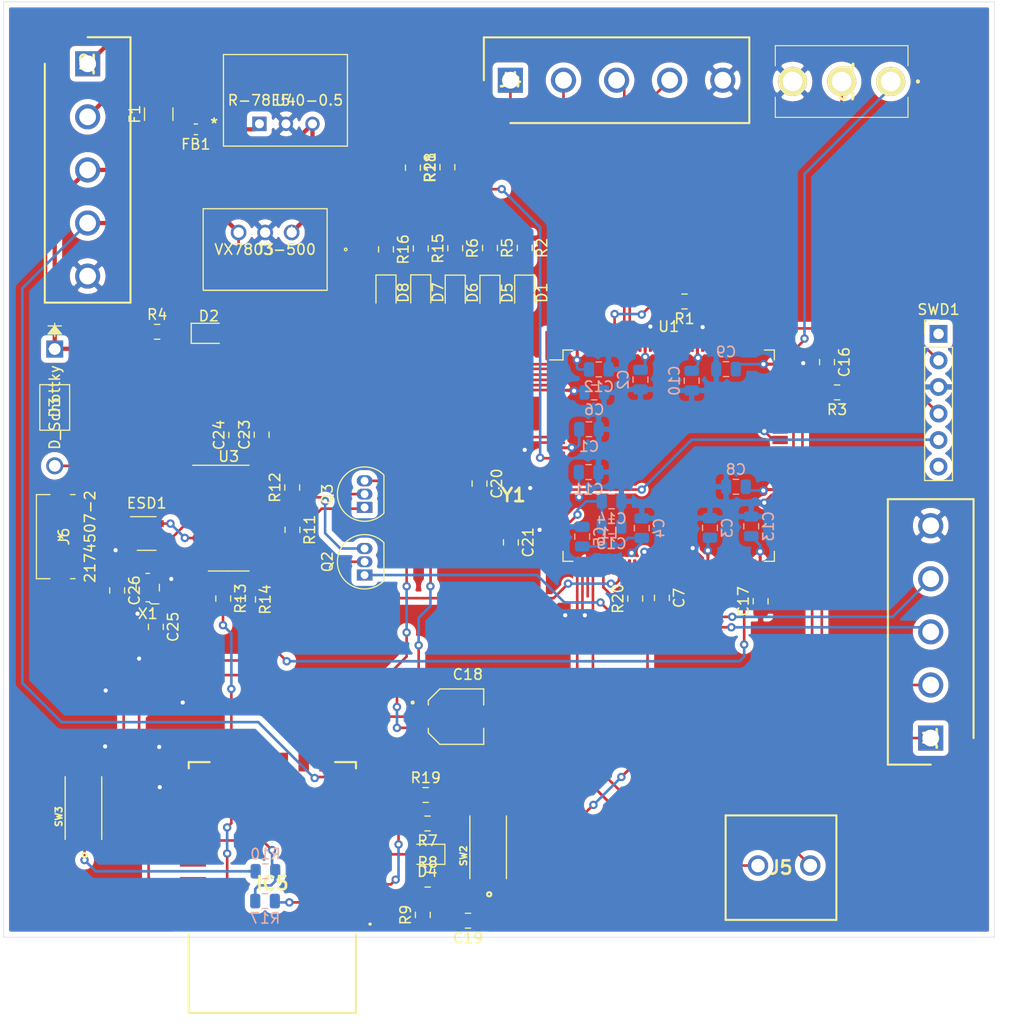
<source format=kicad_pcb>
(kicad_pcb (version 20171130) (host pcbnew "(5.1.10-1-10_14)")
  (title_block (title main-board) (date 2021-10-06) (comment 4 "Sara Hui"))
  (layers (0 F.Cu signal) (31 B.Cu signal) (34 B.Paste user) (35 F.Paste user) (36 B.SilkS user) (37 F.SilkS user) (38 B.Mask user) (39 F.Mask user) (44 Edge.Cuts user))
  (net 0 "")
  (net 1 GND)
  (net 2 +3.3VA)
  (net 3 "Net-(C16-Pad2)")
  (net 4 "Net-(C17-Pad2)")
  (net 5 +5V)
  (net 6 USB_D-)
  (net 7 USB_D+)
  (net 8 USB_CONN_D+)
  (net 9 USB_CONN_D-)
  (net 10 "Net-(F1-Pad1)")
  (net 11 BOOT0)
  (net 12 "Net-(R1-Pad1)")
  (net 13 SWDIO)
  (net 14 "Net-(R3-Pad1)")
  (net 15 "Net-(D2-Pad1)")
  (net 16 "Net-(U1-Pad143)")
  (net 17 "Net-(U1-Pad142)")
  (net 18 "Net-(U1-Pad141)")
  (net 19 TIM3_CH1)
  (net 20 "Net-(U1-Pad133)")
  (net 21 "Net-(U1-Pad132)")
  (net 22 "Net-(U1-Pad129)")
  (net 23 "Net-(U1-Pad128)")
  (net 24 "Net-(U1-Pad127)")
  (net 25 "Net-(U1-Pad126)")
  (net 26 "Net-(U1-Pad125)")
  (net 27 "Net-(U1-Pad124)")
  (net 28 "Net-(U1-Pad123)")
  (net 29 "Net-(U1-Pad118)")
  (net 30 "Net-(U1-Pad117)")
  (net 31 "Net-(U1-Pad116)")
  (net 32 "Net-(U1-Pad115)")
  (net 33 "Net-(U1-Pad114)")
  (net 34 "Net-(U1-Pad113)")
  (net 35 "Net-(U1-Pad112)")
  (net 36 "Net-(U1-Pad111)")
  (net 37 "Net-(U1-Pad110)")
  (net 38 SWCLK)
  (net 39 "Net-(U1-Pad104)")
  (net 40 "Net-(U1-Pad103)")
  (net 41 USART1_TX)
  (net 42 "Net-(U1-Pad100)")
  (net 43 "Net-(U1-Pad95)")
  (net 44 "Net-(U1-Pad93)")
  (net 45 "Net-(U1-Pad92)")
  (net 46 "Net-(U1-Pad91)")
  (net 47 "Net-(U1-Pad90)")
  (net 48 "Net-(U1-Pad89)")
  (net 49 "Net-(U1-Pad88)")
  (net 50 "Net-(U1-Pad87)")
  (net 51 "Net-(U1-Pad82)")
  (net 52 "Net-(U1-Pad81)")
  (net 53 "Net-(U1-Pad80)")
  (net 54 "Net-(U1-Pad79)")
  (net 55 "Net-(U1-Pad78)")
  (net 56 "Net-(U1-Pad77)")
  (net 57 "Net-(U1-Pad76)")
  (net 58 "Net-(U1-Pad75)")
  (net 59 "Net-(U1-Pad74)")
  (net 60 "Net-(U1-Pad73)")
  (net 61 "Net-(U1-Pad70)")
  (net 62 USART3_TX)
  (net 63 "Net-(U1-Pad68)")
  (net 64 "Net-(U1-Pad67)")
  (net 65 "Net-(U1-Pad66)")
  (net 66 "Net-(U1-Pad65)")
  (net 67 "Net-(U1-Pad64)")
  (net 68 "Net-(U1-Pad63)")
  (net 69 "Net-(U1-Pad60)")
  (net 70 UART5_TX)
  (net 71 UART5_RX)
  (net 72 "Net-(U1-Pad57)")
  (net 73 "Net-(U1-Pad56)")
  (net 74 "Net-(U1-Pad55)")
  (net 75 "Net-(U1-Pad54)")
  (net 76 "Net-(U1-Pad53)")
  (net 77 "Net-(U1-Pad50)")
  (net 78 "Net-(U1-Pad49)")
  (net 79 TIM2_CH4)
  (net 80 TIM3_CH4)
  (net 81 TIM3_CH3)
  (net 82 USART3_RX)
  (net 83 "Net-(U1-Pad44)")
  (net 84 DAC_OUT2)
  (net 85 DAC_OUT1)
  (net 86 ADC123_IN3)
  (net 87 ADC123_IN2)
  (net 88 TIM2_CH2)
  (net 89 TIM2_CH1)
  (net 90 "Net-(U1-Pad29)")
  (net 91 "Net-(U1-Pad28)")
  (net 92 "Net-(U1-Pad27)")
  (net 93 "Net-(U1-Pad26)")
  (net 94 NRST)
  (net 95 HSE_OUT)
  (net 96 HSE_IN)
  (net 97 "Net-(U1-Pad22)")
  (net 98 "Net-(U1-Pad21)")
  (net 99 "Net-(U1-Pad20)")
  (net 100 ADC3_IN5)
  (net 101 "Net-(U1-Pad18)")
  (net 102 "Net-(U1-Pad14)")
  (net 103 "Net-(U1-Pad13)")
  (net 104 "Net-(U1-Pad12)")
  (net 105 "Net-(U1-Pad11)")
  (net 106 "Net-(U1-Pad10)")
  (net 107 "Net-(U1-Pad9)")
  (net 108 "Net-(U1-Pad8)")
  (net 109 "Net-(U1-Pad7)")
  (net 110 "/WiFi + MCU/XO")
  (net 111 "Net-(D3-Pad2)")
  (net 112 "/WiFi + MCU/ADC")
  (net 113 "/WiFi + MCU/GPIO16")
  (net 114 "Net-(IC5-Pad9)")
  (net 115 "Net-(IC5-Pad10)")
  (net 116 "Net-(IC5-Pad11)")
  (net 117 "Net-(IC5-Pad12)")
  (net 118 "Net-(IC5-Pad13)")
  (net 119 "Net-(IC5-Pad14)")
  (net 120 "/WiFi + MCU/GPIO0")
  (net 121 "Net-(Q2-Pad2)")
  (net 122 "Net-(Q2-Pad3)")
  (net 123 "Net-(Q3-Pad1)")
  (net 124 "Net-(Q3-Pad2)")
  (net 125 "Net-(D4-Pad1)")
  (net 126 "Net-(R8-Pad2)")
  (net 127 "Net-(R10-Pad2)")
  (net 128 "Net-(R13-Pad1)")
  (net 129 "Net-(R14-Pad1)")
  (net 130 "Net-(U3-Pad4)")
  (net 131 "/WiFi + MCU/XI")
  (net 132 "Net-(U3-Pad9)")
  (net 133 "Net-(U3-Pad10)")
  (net 134 "Net-(U3-Pad11)")
  (net 135 "Net-(U3-Pad12)")
  (net 136 "Net-(U3-Pad15)")
  (net 137 3V3)
  (net 138 5V)
  (net 139 7.5V)
  (net 140 12V)
  (net 141 3.3V_regulator)
  (net 142 "Net-(SWD1-Pad6)")
  (net 143 WIFI_nRST)
  (net 144 WIFI_EN)
  (net 145 "Net-(IC5-Pad5)")
  (net 146 "Net-(IC5-Pad6)")
  (net 147 "Net-(IC5-Pad7)")
  (net 148 "Net-(IC5-Pad19)")
  (net 149 "Net-(IC5-Pad20)")
  (net 150 USART1_RX)
  (net 151 7.5V_IN)
  (net 152 "Net-(U1-Pad137)")
  (net 153 "Net-(U1-Pad136)")
  (net 154 "Net-(U1-Pad122)")
  (net 155 "Net-(U1-Pad119)")
  (net 156 "Net-(U1-Pad97)")
  (net 157 "Net-(U1-Pad96)")
  (net 158 "Net-(IC5-Pad16)")
  (net 159 "Net-(IC5-Pad17)")
  (net 160 "Net-(U1-Pad43)")
  (net 161 TIM4_CH4)
  (net 162 TIM4_CH3)
  (net 163 "Net-(U1-Pad47)")
  (net 164 "Net-(U1-Pad46)")
  (net 165 "Net-(U1-Pad34)")
  (net 166 TIM3_CH2)
  (net 167 "Net-(U1-Pad35)")
  (net 168 "Net-(D5-Pad1)")
  (net 169 GPIO_LED2)
  (net 170 GPIO_LED3)
  (net 171 "Net-(D6-Pad1)")
  (net 172 "Net-(D7-Pad1)")
  (net 173 GPIO_LED4)
  (net 174 GPIO_LED5)
  (net 175 "Net-(D8-Pad1)")
  (net 176 "Net-(D1-Pad1)")
  (net 177 GPIO_LED1)
  (net 178 "Net-(J6-Pad4)")
  (net 179 "Net-(J6-Pad6)")
  (net 180 "Net-(J6-Pad7)")
  (net 181 "Net-(J6-Pad8)")
  (net 182 "Net-(J6-Pad9)")
  (net 183 "Net-(J6-Pad10)")
  (net 184 "Net-(J6-Pad11)")
  (module NEW5TO3V3:VX7803-500 (layer F.Cu) (at 129.55 48.95 180)
    (fp_text reference J3 (at 2.54 -1.622) (layer F.SilkS))
    (fp_text value VX7803-500 (at 2.54 -1.622) (layer F.SilkS))
    (fp_text user * (at 0 0) (layer F.SilkS))
    (pad 3 thru_hole circle (at 5.08 0 180) (size 1.4986 1.4986) (drill 0.9906) (layers *.Cu *.Mask) (net 137 3V3))
    (pad 2 thru_hole circle (at 2.54 0 180) (size 1.4986 1.4986) (drill 0.9906) (layers *.Cu *.Mask) (net 1 GND))
    (pad 1 thru_hole circle (at 0 0 180) (size 1.4986 1.4986) (drill 0.9906) (layers *.Cu *.Mask) (net 138 5V))
  )
  (module Resistor_SMD:R_0805_2012Metric (layer F.Cu) (at 162.425 83.975 90)
    (fp_text reference R20 (at 0 -1.65 90) (layer F.SilkS))
    (fp_text value 12K)
    (pad 2 smd roundrect (at 0.9375 0 90) (size 0.975 1.4) (layers F.Cu F.Paste F.Mask) (net 137 3V3))
    (pad 1 smd roundrect (at -0.9375 0 90) (size 0.975 1.4) (layers F.Cu F.Paste F.Mask) (net 143 WIFI_nRST))
  )
  (module Resistor_SMD:R_0805_2012Metric (layer F.Cu) (at 142.375 102.775)
    (fp_text reference R19 (at 0 -1.65) (layer F.SilkS))
    (fp_text value 12K)
    (pad 2 smd roundrect (at 0.9375 0) (size 0.975 1.4) (layers F.Cu F.Paste F.Mask) (net 137 3V3))
    (pad 1 smd roundrect (at -0.9375 0) (size 0.975 1.4) (layers F.Cu F.Paste F.Mask) (net 144 WIFI_EN))
  )
  (module Resistor_SMD:R_0805_2012Metric (layer F.Cu) (at 142.1 114.25 90)
    (fp_text reference R9 (at 0 -1.65 90) (layer F.SilkS))
    (fp_text value "0(NC)")
    (pad 2 smd roundrect (at 0.9375 0 90) (size 0.975 1.4) (layers F.Cu F.Paste F.Mask) (net 126 "Net-(R8-Pad2)"))
    (pad 1 smd roundrect (at -0.9375 0 90) (size 0.975 1.4) (layers F.Cu F.Paste F.Mask) (net 143 WIFI_nRST))
  )
  (module Resistor_SMD:R_0805_2012Metric (layer F.Cu) (at 142.5625 110.875)
    (fp_text reference R8 (at 0 -1.65) (layer F.SilkS))
    (fp_text value 470)
    (pad 2 smd roundrect (at 0.9375 0) (size 0.975 1.4) (layers F.Cu F.Paste F.Mask) (net 126 "Net-(R8-Pad2)"))
    (pad 1 smd roundrect (at -0.9375 0) (size 0.975 1.4) (layers F.Cu F.Paste F.Mask) (net 125 "Net-(D4-Pad1)"))
  )
  (module Capacitor_SMD:C_0805_2012Metric (layer F.Cu) (at 146.425 114.8 180)
    (fp_text reference C19 (at 0 -1.65) (layer F.SilkS))
    (fp_text value 470pF)
    (pad 2 smd roundrect (at 0.9375 0 180) (size 0.975 1.4) (layers F.Cu F.Paste F.Mask) (net 143 WIFI_nRST))
    (pad 1 smd roundrect (at -0.9375 0 180) (size 0.975 1.4) (layers F.Cu F.Paste F.Mask) (net 1 GND))
  )
  (module LED_SMD:LED_0805_2012Metric (layer F.Cu) (at 142.525 108.45 180)
    (fp_text reference D4 (at 0 -1.65) (layer F.SilkS))
    (fp_text value LED)
    (pad 1 smd roundrect (at -0.9375 0 180) (size 0.975 1.4) (layers F.Cu F.Paste F.Mask) (net 125 "Net-(D4-Pad1)"))
    (pad 2 smd roundrect (at 0.9375 0 180) (size 0.975 1.4) (layers F.Cu F.Paste F.Mask) (net 113 "/WiFi + MCU/GPIO16"))
  )
  (module Package_QFP:LQFP-144_20x20mm_P0.5mm (layer F.Cu) (at 165.625 70.3)
    (fp_text reference U1 (at 0 -12.35) (layer F.SilkS))
    (fp_text value STM32F446ZET6)
    (pad 144 smd roundrect (at -8.75 -10.6625) (size 0.3 1.475) (layers F.Cu F.Paste F.Mask) (net 137 3V3))
    (pad 143 smd roundrect (at -8.25 -10.6625) (size 0.3 1.475) (layers F.Cu F.Paste F.Mask) (net 16 "Net-(U1-Pad143)"))
    (pad 142 smd roundrect (at -7.75 -10.6625) (size 0.3 1.475) (layers F.Cu F.Paste F.Mask) (net 17 "Net-(U1-Pad142)"))
    (pad 141 smd roundrect (at -7.25 -10.6625) (size 0.3 1.475) (layers F.Cu F.Paste F.Mask) (net 18 "Net-(U1-Pad141)"))
    (pad 140 smd roundrect (at -6.75 -10.6625) (size 0.3 1.475) (layers F.Cu F.Paste F.Mask) (net 88 TIM2_CH2))
    (pad 139 smd roundrect (at -6.25 -10.6625) (size 0.3 1.475) (layers F.Cu F.Paste F.Mask) (net 89 TIM2_CH1))
    (pad 138 smd roundrect (at -5.75 -10.6625) (size 0.3 1.475) (layers F.Cu F.Paste F.Mask) (net 11 BOOT0))
    (pad 137 smd roundrect (at -5.25 -10.6625) (size 0.3 1.475) (layers F.Cu F.Paste F.Mask) (net 152 "Net-(U1-Pad137)"))
    (pad 136 smd roundrect (at -4.75 -10.6625) (size 0.3 1.475) (layers F.Cu F.Paste F.Mask) (net 153 "Net-(U1-Pad136)"))
    (pad 135 smd roundrect (at -4.25 -10.6625) (size 0.3 1.475) (layers F.Cu F.Paste F.Mask) (net 166 TIM3_CH2))
    (pad 134 smd roundrect (at -3.75 -10.6625) (size 0.3 1.475) (layers F.Cu F.Paste F.Mask) (net 19 TIM3_CH1))
    (pad 133 smd roundrect (at -3.25 -10.6625) (size 0.3 1.475) (layers F.Cu F.Paste F.Mask) (net 20 "Net-(U1-Pad133)"))
    (pad 132 smd roundrect (at -2.75 -10.6625) (size 0.3 1.475) (layers F.Cu F.Paste F.Mask) (net 21 "Net-(U1-Pad132)"))
    (pad 131 smd roundrect (at -2.25 -10.6625) (size 0.3 1.475) (layers F.Cu F.Paste F.Mask) (net 137 3V3))
    (pad 130 smd roundrect (at -1.75 -10.6625) (size 0.3 1.475) (layers F.Cu F.Paste F.Mask) (net 1 GND))
    (pad 129 smd roundrect (at -1.25 -10.6625) (size 0.3 1.475) (layers F.Cu F.Paste F.Mask) (net 22 "Net-(U1-Pad129)"))
    (pad 128 smd roundrect (at -0.75 -10.6625) (size 0.3 1.475) (layers F.Cu F.Paste F.Mask) (net 23 "Net-(U1-Pad128)"))
    (pad 127 smd roundrect (at -0.25 -10.6625) (size 0.3 1.475) (layers F.Cu F.Paste F.Mask) (net 24 "Net-(U1-Pad127)"))
    (pad 126 smd roundrect (at 0.25 -10.6625) (size 0.3 1.475) (layers F.Cu F.Paste F.Mask) (net 25 "Net-(U1-Pad126)"))
    (pad 125 smd roundrect (at 0.75 -10.6625) (size 0.3 1.475) (layers F.Cu F.Paste F.Mask) (net 26 "Net-(U1-Pad125)"))
    (pad 124 smd roundrect (at 1.25 -10.6625) (size 0.3 1.475) (layers F.Cu F.Paste F.Mask) (net 27 "Net-(U1-Pad124)"))
    (pad 123 smd roundrect (at 1.75 -10.6625) (size 0.3 1.475) (layers F.Cu F.Paste F.Mask) (net 28 "Net-(U1-Pad123)"))
    (pad 122 smd roundrect (at 2.25 -10.6625) (size 0.3 1.475) (layers F.Cu F.Paste F.Mask) (net 154 "Net-(U1-Pad122)"))
    (pad 121 smd roundrect (at 2.75 -10.6625) (size 0.3 1.475) (layers F.Cu F.Paste F.Mask) (net 137 3V3))
    (pad 120 smd roundrect (at 3.25 -10.6625) (size 0.3 1.475) (layers F.Cu F.Paste F.Mask) (net 1 GND))
    (pad 119 smd roundrect (at 3.75 -10.6625) (size 0.3 1.475) (layers F.Cu F.Paste F.Mask) (net 155 "Net-(U1-Pad119)"))
    (pad 118 smd roundrect (at 4.25 -10.6625) (size 0.3 1.475) (layers F.Cu F.Paste F.Mask) (net 29 "Net-(U1-Pad118)"))
    (pad 117 smd roundrect (at 4.75 -10.6625) (size 0.3 1.475) (layers F.Cu F.Paste F.Mask) (net 30 "Net-(U1-Pad117)"))
    (pad 116 smd roundrect (at 5.25 -10.6625) (size 0.3 1.475) (layers F.Cu F.Paste F.Mask) (net 31 "Net-(U1-Pad116)"))
    (pad 115 smd roundrect (at 5.75 -10.6625) (size 0.3 1.475) (layers F.Cu F.Paste F.Mask) (net 32 "Net-(U1-Pad115)"))
    (pad 114 smd roundrect (at 6.25 -10.6625) (size 0.3 1.475) (layers F.Cu F.Paste F.Mask) (net 33 "Net-(U1-Pad114)"))
    (pad 113 smd roundrect (at 6.75 -10.6625) (size 0.3 1.475) (layers F.Cu F.Paste F.Mask) (net 34 "Net-(U1-Pad113)"))
    (pad 112 smd roundrect (at 7.25 -10.6625) (size 0.3 1.475) (layers F.Cu F.Paste F.Mask) (net 35 "Net-(U1-Pad112)"))
    (pad 111 smd roundrect (at 7.75 -10.6625) (size 0.3 1.475) (layers F.Cu F.Paste F.Mask) (net 36 "Net-(U1-Pad111)"))
    (pad 110 smd roundrect (at 8.25 -10.6625) (size 0.3 1.475) (layers F.Cu F.Paste F.Mask) (net 37 "Net-(U1-Pad110)"))
    (pad 109 smd roundrect (at 8.75 -10.6625) (size 0.3 1.475) (layers F.Cu F.Paste F.Mask) (net 38 SWCLK))
    (pad 108 smd roundrect (at 10.6625 -8.75) (size 1.475 0.3) (layers F.Cu F.Paste F.Mask) (net 137 3V3))
    (pad 107 smd roundrect (at 10.6625 -8.25) (size 1.475 0.3) (layers F.Cu F.Paste F.Mask) (net 1 GND))
    (pad 106 smd roundrect (at 10.6625 -7.75) (size 1.475 0.3) (layers F.Cu F.Paste F.Mask) (net 3 "Net-(C16-Pad2)"))
    (pad 105 smd roundrect (at 10.6625 -7.25) (size 1.475 0.3) (layers F.Cu F.Paste F.Mask) (net 13 SWDIO))
    (pad 104 smd roundrect (at 10.6625 -6.75) (size 1.475 0.3) (layers F.Cu F.Paste F.Mask) (net 39 "Net-(U1-Pad104)"))
    (pad 103 smd roundrect (at 10.6625 -6.25) (size 1.475 0.3) (layers F.Cu F.Paste F.Mask) (net 40 "Net-(U1-Pad103)"))
    (pad 102 smd roundrect (at 10.6625 -5.75) (size 1.475 0.3) (layers F.Cu F.Paste F.Mask) (net 82 USART3_RX))
    (pad 101 smd roundrect (at 10.6625 -5.25) (size 1.475 0.3) (layers F.Cu F.Paste F.Mask) (net 62 USART3_TX))
    (pad 100 smd roundrect (at 10.6625 -4.75) (size 1.475 0.3) (layers F.Cu F.Paste F.Mask) (net 42 "Net-(U1-Pad100)"))
    (pad 99 smd roundrect (at 10.6625 -4.25) (size 1.475 0.3) (layers F.Cu F.Paste F.Mask) (net 80 TIM3_CH4))
    (pad 98 smd roundrect (at 10.6625 -3.75) (size 1.475 0.3) (layers F.Cu F.Paste F.Mask) (net 81 TIM3_CH3))
    (pad 97 smd roundrect (at 10.6625 -3.25) (size 1.475 0.3) (layers F.Cu F.Paste F.Mask) (net 156 "Net-(U1-Pad97)"))
    (pad 96 smd roundrect (at 10.6625 -2.75) (size 1.475 0.3) (layers F.Cu F.Paste F.Mask) (net 157 "Net-(U1-Pad96)"))
    (pad 95 smd roundrect (at 10.6625 -2.25) (size 1.475 0.3) (layers F.Cu F.Paste F.Mask) (net 43 "Net-(U1-Pad95)"))
    (pad 94 smd roundrect (at 10.6625 -1.75) (size 1.475 0.3) (layers F.Cu F.Paste F.Mask) (net 1 GND))
    (pad 93 smd roundrect (at 10.6625 -1.25) (size 1.475 0.3) (layers F.Cu F.Paste F.Mask) (net 44 "Net-(U1-Pad93)"))
    (pad 92 smd roundrect (at 10.6625 -0.75) (size 1.475 0.3) (layers F.Cu F.Paste F.Mask) (net 45 "Net-(U1-Pad92)"))
    (pad 91 smd roundrect (at 10.6625 -0.25) (size 1.475 0.3) (layers F.Cu F.Paste F.Mask) (net 46 "Net-(U1-Pad91)"))
    (pad 90 smd roundrect (at 10.6625 0.25) (size 1.475 0.3) (layers F.Cu F.Paste F.Mask) (net 47 "Net-(U1-Pad90)"))
    (pad 89 smd roundrect (at 10.6625 0.75) (size 1.475 0.3) (layers F.Cu F.Paste F.Mask) (net 48 "Net-(U1-Pad89)"))
    (pad 88 smd roundrect (at 10.6625 1.25) (size 1.475 0.3) (layers F.Cu F.Paste F.Mask) (net 49 "Net-(U1-Pad88)"))
    (pad 87 smd roundrect (at 10.6625 1.75) (size 1.475 0.3) (layers F.Cu F.Paste F.Mask) (net 50 "Net-(U1-Pad87)"))
    (pad 86 smd roundrect (at 10.6625 2.25) (size 1.475 0.3) (layers F.Cu F.Paste F.Mask) (net 161 TIM4_CH4))
    (pad 85 smd roundrect (at 10.6625 2.75) (size 1.475 0.3) (layers F.Cu F.Paste F.Mask) (net 162 TIM4_CH3))
    (pad 84 smd roundrect (at 10.6625 3.25) (size 1.475 0.3) (layers F.Cu F.Paste F.Mask) (net 137 3V3))
    (pad 83 smd roundrect (at 10.6625 3.75) (size 1.475 0.3) (layers F.Cu F.Paste F.Mask) (net 1 GND))
    (pad 82 smd roundrect (at 10.6625 4.25) (size 1.475 0.3) (layers F.Cu F.Paste F.Mask) (net 51 "Net-(U1-Pad82)"))
    (pad 81 smd roundrect (at 10.6625 4.75) (size 1.475 0.3) (layers F.Cu F.Paste F.Mask) (net 52 "Net-(U1-Pad81)"))
    (pad 80 smd roundrect (at 10.6625 5.25) (size 1.475 0.3) (layers F.Cu F.Paste F.Mask) (net 53 "Net-(U1-Pad80)"))
    (pad 79 smd roundrect (at 10.6625 5.75) (size 1.475 0.3) (layers F.Cu F.Paste F.Mask) (net 54 "Net-(U1-Pad79)"))
    (pad 78 smd roundrect (at 10.6625 6.25) (size 1.475 0.3) (layers F.Cu F.Paste F.Mask) (net 55 "Net-(U1-Pad78)"))
    (pad 77 smd roundrect (at 10.6625 6.75) (size 1.475 0.3) (layers F.Cu F.Paste F.Mask) (net 56 "Net-(U1-Pad77)"))
    (pad 76 smd roundrect (at 10.6625 7.25) (size 1.475 0.3) (layers F.Cu F.Paste F.Mask) (net 57 "Net-(U1-Pad76)"))
    (pad 75 smd roundrect (at 10.6625 7.75) (size 1.475 0.3) (layers F.Cu F.Paste F.Mask) (net 58 "Net-(U1-Pad75)"))
    (pad 74 smd roundrect (at 10.6625 8.25) (size 1.475 0.3) (layers F.Cu F.Paste F.Mask) (net 59 "Net-(U1-Pad74)"))
    (pad 73 smd roundrect (at 10.6625 8.75) (size 1.475 0.3) (layers F.Cu F.Paste F.Mask) (net 60 "Net-(U1-Pad73)"))
    (pad 72 smd roundrect (at 8.75 10.6625) (size 0.3 1.475) (layers F.Cu F.Paste F.Mask) (net 137 3V3))
    (pad 71 smd roundrect (at 8.25 10.6625) (size 0.3 1.475) (layers F.Cu F.Paste F.Mask) (net 4 "Net-(C17-Pad2)"))
    (pad 70 smd roundrect (at 7.75 10.6625) (size 0.3 1.475) (layers F.Cu F.Paste F.Mask) (net 61 "Net-(U1-Pad70)"))
    (pad 69 smd roundrect (at 7.25 10.6625) (size 0.3 1.475) (layers F.Cu F.Paste F.Mask) (net 41 USART1_TX))
    (pad 68 smd roundrect (at 6.75 10.6625) (size 0.3 1.475) (layers F.Cu F.Paste F.Mask) (net 63 "Net-(U1-Pad68)"))
    (pad 67 smd roundrect (at 6.25 10.6625) (size 0.3 1.475) (layers F.Cu F.Paste F.Mask) (net 64 "Net-(U1-Pad67)"))
    (pad 66 smd roundrect (at 5.75 10.6625) (size 0.3 1.475) (layers F.Cu F.Paste F.Mask) (net 65 "Net-(U1-Pad66)"))
    (pad 65 smd roundrect (at 5.25 10.6625) (size 0.3 1.475) (layers F.Cu F.Paste F.Mask) (net 66 "Net-(U1-Pad65)"))
    (pad 64 smd roundrect (at 4.75 10.6625) (size 0.3 1.475) (layers F.Cu F.Paste F.Mask) (net 67 "Net-(U1-Pad64)"))
    (pad 63 smd roundrect (at 4.25 10.6625) (size 0.3 1.475) (layers F.Cu F.Paste F.Mask) (net 68 "Net-(U1-Pad63)"))
    (pad 62 smd roundrect (at 3.75 10.6625) (size 0.3 1.475) (layers F.Cu F.Paste F.Mask) (net 137 3V3))
    (pad 61 smd roundrect (at 3.25 10.6625) (size 0.3 1.475) (layers F.Cu F.Paste F.Mask) (net 1 GND))
    (pad 60 smd roundrect (at 2.75 10.6625) (size 0.3 1.475) (layers F.Cu F.Paste F.Mask) (net 69 "Net-(U1-Pad60)"))
    (pad 59 smd roundrect (at 2.25 10.6625) (size 0.3 1.475) (layers F.Cu F.Paste F.Mask) (net 70 UART5_TX))
    (pad 58 smd roundrect (at 1.75 10.6625) (size 0.3 1.475) (layers F.Cu F.Paste F.Mask) (net 71 UART5_RX))
    (pad 57 smd roundrect (at 1.25 10.6625) (size 0.3 1.475) (layers F.Cu F.Paste F.Mask) (net 72 "Net-(U1-Pad57)"))
    (pad 56 smd roundrect (at 0.75 10.6625) (size 0.3 1.475) (layers F.Cu F.Paste F.Mask) (net 73 "Net-(U1-Pad56)"))
    (pad 55 smd roundrect (at 0.25 10.6625) (size 0.3 1.475) (layers F.Cu F.Paste F.Mask) (net 74 "Net-(U1-Pad55)"))
    (pad 54 smd roundrect (at -0.25 10.6625) (size 0.3 1.475) (layers F.Cu F.Paste F.Mask) (net 75 "Net-(U1-Pad54)"))
    (pad 53 smd roundrect (at -0.75 10.6625) (size 0.3 1.475) (layers F.Cu F.Paste F.Mask) (net 76 "Net-(U1-Pad53)"))
    (pad 52 smd roundrect (at -1.25 10.6625) (size 0.3 1.475) (layers F.Cu F.Paste F.Mask) (net 137 3V3))
    (pad 51 smd roundrect (at -1.75 10.6625) (size 0.3 1.475) (layers F.Cu F.Paste F.Mask) (net 1 GND))
    (pad 50 smd roundrect (at -2.25 10.6625) (size 0.3 1.475) (layers F.Cu F.Paste F.Mask) (net 77 "Net-(U1-Pad50)"))
    (pad 49 smd roundrect (at -2.75 10.6625) (size 0.3 1.475) (layers F.Cu F.Paste F.Mask) (net 78 "Net-(U1-Pad49)"))
    (pad 48 smd roundrect (at -3.25 10.6625) (size 0.3 1.475) (layers F.Cu F.Paste F.Mask) (net 79 TIM2_CH4))
    (pad 47 smd roundrect (at -3.75 10.6625) (size 0.3 1.475) (layers F.Cu F.Paste F.Mask) (net 163 "Net-(U1-Pad47)"))
    (pad 46 smd roundrect (at -4.25 10.6625) (size 0.3 1.475) (layers F.Cu F.Paste F.Mask) (net 164 "Net-(U1-Pad46)"))
    (pad 45 smd roundrect (at -4.75 10.6625) (size 0.3 1.475) (layers F.Cu F.Paste F.Mask) (net 150 USART1_RX))
    (pad 44 smd roundrect (at -5.25 10.6625) (size 0.3 1.475) (layers F.Cu F.Paste F.Mask) (net 83 "Net-(U1-Pad44)"))
    (pad 43 smd roundrect (at -5.75 10.6625) (size 0.3 1.475) (layers F.Cu F.Paste F.Mask) (net 160 "Net-(U1-Pad43)"))
    (pad 42 smd roundrect (at -6.25 10.6625) (size 0.3 1.475) (layers F.Cu F.Paste F.Mask) (net 143 WIFI_nRST))
    (pad 41 smd roundrect (at -6.75 10.6625) (size 0.3 1.475) (layers F.Cu F.Paste F.Mask) (net 84 DAC_OUT2))
    (pad 40 smd roundrect (at -7.25 10.6625) (size 0.3 1.475) (layers F.Cu F.Paste F.Mask) (net 85 DAC_OUT1))
    (pad 39 smd roundrect (at -7.75 10.6625) (size 0.3 1.475) (layers F.Cu F.Paste F.Mask) (net 137 3V3))
    (pad 38 smd roundrect (at -8.25 10.6625) (size 0.3 1.475) (layers F.Cu F.Paste F.Mask) (net 1 GND))
    (pad 37 smd roundrect (at -8.75 10.6625) (size 0.3 1.475) (layers F.Cu F.Paste F.Mask) (net 86 ADC123_IN3))
    (pad 36 smd roundrect (at -10.6625 8.75) (size 1.475 0.3) (layers F.Cu F.Paste F.Mask) (net 87 ADC123_IN2))
    (pad 35 smd roundrect (at -10.6625 8.25) (size 1.475 0.3) (layers F.Cu F.Paste F.Mask) (net 167 "Net-(U1-Pad35)"))
    (pad 34 smd roundrect (at -10.6625 7.75) (size 1.475 0.3) (layers F.Cu F.Paste F.Mask) (net 165 "Net-(U1-Pad34)"))
    (pad 33 smd roundrect (at -10.6625 7.25) (size 1.475 0.3) (layers F.Cu F.Paste F.Mask) (net 2 +3.3VA))
    (pad 32 smd roundrect (at -10.6625 6.75) (size 1.475 0.3) (layers F.Cu F.Paste F.Mask) (net 2 +3.3VA))
    (pad 31 smd roundrect (at -10.6625 6.25) (size 1.475 0.3) (layers F.Cu F.Paste F.Mask) (net 1 GND))
    (pad 30 smd roundrect (at -10.6625 5.75) (size 1.475 0.3) (layers F.Cu F.Paste F.Mask) (net 137 3V3))
    (pad 29 smd roundrect (at -10.6625 5.25) (size 1.475 0.3) (layers F.Cu F.Paste F.Mask) (net 90 "Net-(U1-Pad29)"))
    (pad 28 smd roundrect (at -10.6625 4.75) (size 1.475 0.3) (layers F.Cu F.Paste F.Mask) (net 91 "Net-(U1-Pad28)"))
    (pad 27 smd roundrect (at -10.6625 4.25) (size 1.475 0.3) (layers F.Cu F.Paste F.Mask) (net 92 "Net-(U1-Pad27)"))
    (pad 26 smd roundrect (at -10.6625 3.75) (size 1.475 0.3) (layers F.Cu F.Paste F.Mask) (net 93 "Net-(U1-Pad26)"))
    (pad 25 smd roundrect (at -10.6625 3.25) (size 1.475 0.3) (layers F.Cu F.Paste F.Mask) (net 94 NRST))
    (pad 24 smd roundrect (at -10.6625 2.75) (size 1.475 0.3) (layers F.Cu F.Paste F.Mask) (net 95 HSE_OUT))
    (pad 23 smd roundrect (at -10.6625 2.25) (size 1.475 0.3) (layers F.Cu F.Paste F.Mask) (net 96 HSE_IN))
    (pad 22 smd roundrect (at -10.6625 1.75) (size 1.475 0.3) (layers F.Cu F.Paste F.Mask) (net 97 "Net-(U1-Pad22)"))
    (pad 21 smd roundrect (at -10.6625 1.25) (size 1.475 0.3) (layers F.Cu F.Paste F.Mask) (net 98 "Net-(U1-Pad21)"))
    (pad 20 smd roundrect (at -10.6625 0.75) (size 1.475 0.3) (layers F.Cu F.Paste F.Mask) (net 99 "Net-(U1-Pad20)"))
    (pad 19 smd roundrect (at -10.6625 0.25) (size 1.475 0.3) (layers F.Cu F.Paste F.Mask) (net 100 ADC3_IN5))
    (pad 18 smd roundrect (at -10.6625 -0.25) (size 1.475 0.3) (layers F.Cu F.Paste F.Mask) (net 101 "Net-(U1-Pad18)"))
    (pad 17 smd roundrect (at -10.6625 -0.75) (size 1.475 0.3) (layers F.Cu F.Paste F.Mask) (net 137 3V3))
    (pad 16 smd roundrect (at -10.6625 -1.25) (size 1.475 0.3) (layers F.Cu F.Paste F.Mask) (net 1 GND))
    (pad 15 smd roundrect (at -10.6625 -1.75) (size 1.475 0.3) (layers F.Cu F.Paste F.Mask) (net 144 WIFI_EN))
    (pad 14 smd roundrect (at -10.6625 -2.25) (size 1.475 0.3) (layers F.Cu F.Paste F.Mask) (net 102 "Net-(U1-Pad14)"))
    (pad 13 smd roundrect (at -10.6625 -2.75) (size 1.475 0.3) (layers F.Cu F.Paste F.Mask) (net 103 "Net-(U1-Pad13)"))
    (pad 12 smd roundrect (at -10.6625 -3.25) (size 1.475 0.3) (layers F.Cu F.Paste F.Mask) (net 104 "Net-(U1-Pad12)"))
    (pad 11 smd roundrect (at -10.6625 -3.75) (size 1.475 0.3) (layers F.Cu F.Paste F.Mask) (net 105 "Net-(U1-Pad11)"))
    (pad 10 smd roundrect (at -10.6625 -4.25) (size 1.475 0.3) (layers F.Cu F.Paste F.Mask) (net 106 "Net-(U1-Pad10)"))
    (pad 9 smd roundrect (at -10.6625 -4.75) (size 1.475 0.3) (layers F.Cu F.Paste F.Mask) (net 107 "Net-(U1-Pad9)"))
    (pad 8 smd roundrect (at -10.6625 -5.25) (size 1.475 0.3) (layers F.Cu F.Paste F.Mask) (net 108 "Net-(U1-Pad8)"))
    (pad 7 smd roundrect (at -10.6625 -5.75) (size 1.475 0.3) (layers F.Cu F.Paste F.Mask) (net 109 "Net-(U1-Pad7)"))
    (pad 6 smd roundrect (at -10.6625 -6.25) (size 1.475 0.3) (layers F.Cu F.Paste F.Mask) (net 137 3V3))
    (pad 5 smd roundrect (at -10.6625 -6.75) (size 1.475 0.3) (layers F.Cu F.Paste F.Mask) (net 174 GPIO_LED5))
    (pad 4 smd roundrect (at -10.6625 -7.25) (size 1.475 0.3) (layers F.Cu F.Paste F.Mask) (net 173 GPIO_LED4))
    (pad 3 smd roundrect (at -10.6625 -7.75) (size 1.475 0.3) (layers F.Cu F.Paste F.Mask) (net 170 GPIO_LED3))
    (pad 2 smd roundrect (at -10.6625 -8.25) (size 1.475 0.3) (layers F.Cu F.Paste F.Mask) (net 169 GPIO_LED2))
    (pad 1 smd roundrect (at -10.6625 -8.75) (size 1.475 0.3) (layers F.Cu F.Paste F.Mask) (net 177 GPIO_LED1))
  )
  (module Inductor_SMD:L_0402_1005Metric (layer B.Cu) (at 159.925 78.875 180)
    (fp_text reference L1 (at 0 1.17) (layer B.SilkS) (effects (justify mirror)))
    (fp_text value 39n)
    (pad 1 smd roundrect (at -0.485 0 180) (size 0.59 0.64) (layers B.Cu B.Paste B.Mask) (net 137 3V3))
    (pad 2 smd roundrect (at 0.485 0 180) (size 0.59 0.64) (layers B.Cu B.Paste B.Mask) (net 2 +3.3VA))
  )
  (module Capacitor_SMD:C_0805_2012Metric (layer F.Cu) (at 174.425 84.2375 90)
    (fp_text reference C17 (at 0 -1.65 90) (layer F.SilkS))
    (fp_text value 2.2u)
    (pad 2 smd roundrect (at 0.9375 0 90) (size 0.975 1.4) (layers F.Cu F.Paste F.Mask) (net 4 "Net-(C17-Pad2)"))
    (pad 1 smd roundrect (at -0.9375 0 90) (size 0.975 1.4) (layers F.Cu F.Paste F.Mask) (net 1 GND))
  )
  (module Capacitor_SMD:C_0805_2012Metric (layer F.Cu) (at 180.775 61.35 270)
    (fp_text reference C16 (at 0 -1.65 90) (layer F.SilkS))
    (fp_text value 2.2u)
    (pad 2 smd roundrect (at 0.9375 0 270) (size 0.975 1.4) (layers F.Cu F.Paste F.Mask) (net 3 "Net-(C16-Pad2)"))
    (pad 1 smd roundrect (at -0.9375 0 270) (size 0.975 1.4) (layers F.Cu F.Paste F.Mask) (net 1 GND))
  )
  (module Package_TO_SOT_THT:TO-92_Inline (layer F.Cu) (at 136.525 75.25 90)
    (fp_text reference Q3 (at 1.27 -3.56 90) (layer F.SilkS))
    (fp_text value S8050)
    (pad 1 thru_hole rect (at 0 0 90) (size 1.05 1.5) (drill 0.75) (layers *.Cu *.Mask) (net 123 "Net-(Q3-Pad1)"))
    (pad 3 thru_hole oval (at 2.54 0 90) (size 1.05 1.5) (drill 0.75) (layers *.Cu *.Mask) (net 120 "/WiFi + MCU/GPIO0"))
    (pad 2 thru_hole oval (at 1.27 0 90) (size 1.05 1.5) (drill 0.75) (layers *.Cu *.Mask) (net 124 "Net-(Q3-Pad2)"))
  )
  (module Oscillator:Oscillator_SMD_ECS_2520MV-xxx-xx-4Pin_2.5x2.0mm (layer F.Cu) (at 115.775 82.925 180)
    (fp_text reference X1 (at 0 -2.5) (layer F.SilkS))
    (fp_text value ECS-2520MV-xxx-xx)
    (pad 3 smd roundrect (at 0.725 0.925 180) (size 0.8 0.9) (layers F.Cu F.Paste F.Mask) (net 131 "/WiFi + MCU/XI"))
    (pad 2 smd roundrect (at -0.725 0.925 180) (size 0.8 0.9) (layers F.Cu F.Paste F.Mask) (net 1 GND))
    (pad 4 smd roundrect (at 0.725 -0.925 180) (size 0.8 0.9) (layers F.Cu F.Paste F.Mask) (net 1 GND))
    (pad 1 smd roundrect (at -0.725 -0.925 180) (size 0.8 0.9) (layers F.Cu F.Paste F.Mask) (net 110 "/WiFi + MCU/XO"))
  )
  (module Package_SO:SOIC-16_3.9x9.9mm_P1.27mm (layer F.Cu) (at 123.525 76.28)
    (fp_text reference U3 (at 0 -5.9) (layer F.SilkS))
    (fp_text value CH340G)
    (pad 16 smd roundrect (at 2.475 -4.445) (size 1.95 0.6) (layers F.Cu F.Paste F.Mask) (net 138 5V))
    (pad 15 smd roundrect (at 2.475 -3.175) (size 1.95 0.6) (layers F.Cu F.Paste F.Mask) (net 136 "Net-(U3-Pad15)"))
    (pad 14 smd roundrect (at 2.475 -1.905) (size 1.95 0.6) (layers F.Cu F.Paste F.Mask) (net 122 "Net-(Q2-Pad3)"))
    (pad 13 smd roundrect (at 2.475 -0.635) (size 1.95 0.6) (layers F.Cu F.Paste F.Mask) (net 123 "Net-(Q3-Pad1)"))
    (pad 12 smd roundrect (at 2.475 0.635) (size 1.95 0.6) (layers F.Cu F.Paste F.Mask) (net 135 "Net-(U3-Pad12)"))
    (pad 11 smd roundrect (at 2.475 1.905) (size 1.95 0.6) (layers F.Cu F.Paste F.Mask) (net 134 "Net-(U3-Pad11)"))
    (pad 10 smd roundrect (at 2.475 3.175) (size 1.95 0.6) (layers F.Cu F.Paste F.Mask) (net 133 "Net-(U3-Pad10)"))
    (pad 9 smd roundrect (at 2.475 4.445) (size 1.95 0.6) (layers F.Cu F.Paste F.Mask) (net 132 "Net-(U3-Pad9)"))
    (pad 8 smd roundrect (at -2.475 4.445) (size 1.95 0.6) (layers F.Cu F.Paste F.Mask) (net 110 "/WiFi + MCU/XO"))
    (pad 7 smd roundrect (at -2.475 3.175) (size 1.95 0.6) (layers F.Cu F.Paste F.Mask) (net 131 "/WiFi + MCU/XI"))
    (pad 6 smd roundrect (at -2.475 1.905) (size 1.95 0.6) (layers F.Cu F.Paste F.Mask) (net 6 USB_D-))
    (pad 5 smd roundrect (at -2.475 0.635) (size 1.95 0.6) (layers F.Cu F.Paste F.Mask) (net 7 USB_D+))
    (pad 4 smd roundrect (at -2.475 -0.635) (size 1.95 0.6) (layers F.Cu F.Paste F.Mask) (net 130 "Net-(U3-Pad4)"))
    (pad 3 smd roundrect (at -2.475 -1.905) (size 1.95 0.6) (layers F.Cu F.Paste F.Mask) (net 128 "Net-(R13-Pad1)"))
    (pad 2 smd roundrect (at -2.475 -3.175) (size 1.95 0.6) (layers F.Cu F.Paste F.Mask) (net 129 "Net-(R14-Pad1)"))
    (pad 1 smd roundrect (at -2.475 -4.445) (size 1.95 0.6) (layers F.Cu F.Paste F.Mask) (net 1 GND))
  )
  (module Resistor_SMD:R_0805_2012Metric (layer B.Cu) (at 127 112.925)
    (fp_text reference R17 (at 0 1.65) (layer B.SilkS) (effects (justify mirror)))
    (fp_text value 12K)
    (pad 2 smd roundrect (at 0.9375 0) (size 0.975 1.4) (layers B.Cu B.Paste B.Mask) (net 137 3V3))
    (pad 1 smd roundrect (at -0.9375 0) (size 0.975 1.4) (layers B.Cu B.Paste B.Mask) (net 120 "/WiFi + MCU/GPIO0"))
  )
  (module Resistor_SMD:R_0805_2012Metric (layer F.Cu) (at 125.375 84.0625 270)
    (fp_text reference R14 (at 0 -1.65 90) (layer F.SilkS))
    (fp_text value 470)
    (pad 2 smd roundrect (at 0.9375 0 270) (size 0.975 1.4) (layers F.Cu F.Paste F.Mask) (net 41 USART1_TX))
    (pad 1 smd roundrect (at -0.9375 0 270) (size 0.975 1.4) (layers F.Cu F.Paste F.Mask) (net 129 "Net-(R14-Pad1)"))
  )
  (module Resistor_SMD:R_0805_2012Metric (layer F.Cu) (at 123 83.975 270)
    (fp_text reference R13 (at 0 -1.65 90) (layer F.SilkS))
    (fp_text value 470)
    (pad 2 smd roundrect (at 0.9375 0 270) (size 0.975 1.4) (layers F.Cu F.Paste F.Mask) (net 150 USART1_RX))
    (pad 1 smd roundrect (at -0.9375 0 270) (size 0.975 1.4) (layers F.Cu F.Paste F.Mask) (net 128 "Net-(R13-Pad1)"))
  )
  (module Resistor_SMD:R_0805_2012Metric (layer F.Cu) (at 129.6 73.35 90)
    (fp_text reference R12 (at 0 -1.65 90) (layer F.SilkS))
    (fp_text value 12K)
    (pad 2 smd roundrect (at 0.9375 0 90) (size 0.975 1.4) (layers F.Cu F.Paste F.Mask) (net 124 "Net-(Q3-Pad2)"))
    (pad 1 smd roundrect (at -0.9375 0 90) (size 0.975 1.4) (layers F.Cu F.Paste F.Mask) (net 122 "Net-(Q2-Pad3)"))
  )
  (module Resistor_SMD:R_0805_2012Metric (layer F.Cu) (at 129.625 77.4 270)
    (fp_text reference R11 (at 0 -1.65 90) (layer F.SilkS))
    (fp_text value 12K)
    (pad 2 smd roundrect (at 0.9375 0 270) (size 0.975 1.4) (layers F.Cu F.Paste F.Mask) (net 121 "Net-(Q2-Pad2)"))
    (pad 1 smd roundrect (at -0.9375 0 270) (size 0.975 1.4) (layers F.Cu F.Paste F.Mask) (net 123 "Net-(Q3-Pad1)"))
  )
  (module Resistor_SMD:R_0805_2012Metric (layer B.Cu) (at 127.0375 110.075 180)
    (fp_text reference R10 (at 0 1.65) (layer B.SilkS) (effects (justify mirror)))
    (fp_text value 470)
    (pad 2 smd roundrect (at 0.9375 0 180) (size 0.975 1.4) (layers B.Cu B.Paste B.Mask) (net 127 "Net-(R10-Pad2)"))
    (pad 1 smd roundrect (at -0.9375 0 180) (size 0.975 1.4) (layers B.Cu B.Paste B.Mask) (net 120 "/WiFi + MCU/GPIO0"))
  )
  (module Resistor_SMD:R_0805_2012Metric (layer F.Cu) (at 142.55 105.5 180)
    (fp_text reference R7 (at 0 -1.65) (layer F.SilkS))
    (fp_text value 470)
    (pad 2 smd roundrect (at 0.9375 0 180) (size 0.975 1.4) (layers F.Cu F.Paste F.Mask) (net 113 "/WiFi + MCU/GPIO16"))
    (pad 1 smd roundrect (at -0.9375 0 180) (size 0.975 1.4) (layers F.Cu F.Paste F.Mask) (net 137 3V3))
  )
  (module Resistor_SMD:R_0805_2012Metric (layer F.Cu) (at 116.675 58.45)
    (fp_text reference R4 (at 0 -1.65) (layer F.SilkS))
    (fp_text value 1k)
    (pad 2 smd roundrect (at 0.9375 0) (size 0.975 1.4) (layers F.Cu F.Paste F.Mask) (net 15 "Net-(D2-Pad1)"))
    (pad 1 smd roundrect (at -0.9375 0) (size 0.975 1.4) (layers F.Cu F.Paste F.Mask) (net 1 GND))
  )
  (module Resistor_SMD:R_0805_2012Metric (layer F.Cu) (at 181.7375 64.25 180)
    (fp_text reference R3 (at 0 -1.65) (layer F.SilkS))
    (fp_text value 22)
    (pad 2 smd roundrect (at 0.9375 0 180) (size 0.975 1.4) (layers F.Cu F.Paste F.Mask) (net 13 SWDIO))
    (pad 1 smd roundrect (at -0.9375 0 180) (size 0.975 1.4) (layers F.Cu F.Paste F.Mask) (net 14 "Net-(R3-Pad1)"))
  )
  (module Resistor_SMD:R_0805_2012Metric (layer F.Cu) (at 167.1375 55.55 180)
    (fp_text reference R1 (at 0 -1.65) (layer F.SilkS))
    (fp_text value 10k)
    (pad 2 smd roundrect (at 0.9375 0 180) (size 0.975 1.4) (layers F.Cu F.Paste F.Mask) (net 11 BOOT0))
    (pad 1 smd roundrect (at -0.9375 0 180) (size 0.975 1.4) (layers F.Cu F.Paste F.Mask) (net 12 "Net-(R1-Pad1)"))
  )
  (module Package_TO_SOT_THT:TO-92_Inline (layer F.Cu) (at 136.525 81.725 90)
    (fp_text reference Q2 (at 1.27 -3.56 90) (layer F.SilkS))
    (fp_text value S8050)
    (pad 1 thru_hole rect (at 0 0 90) (size 1.05 1.5) (drill 0.75) (layers *.Cu *.Mask) (net 143 WIFI_nRST))
    (pad 3 thru_hole oval (at 2.54 0 90) (size 1.05 1.5) (drill 0.75) (layers *.Cu *.Mask) (net 122 "Net-(Q2-Pad3)"))
    (pad 2 thru_hole oval (at 1.27 0 90) (size 1.05 1.5) (drill 0.75) (layers *.Cu *.Mask) (net 121 "Net-(Q2-Pad2)"))
  )
  (module SamacSys_Parts:1715250000 (layer F.Cu) (at 179.175 109.525 180)
    (fp_text reference J5 (at 2.8 -0.2) (layer F.SilkS) (effects (font (size 1.27 1.27) (thickness 0.254))))
    (fp_text value 1715250000 hide)
    (pad 2 thru_hole circle (at 5 0 180) (size 1.95 1.95) (drill 1.3) (layers *.Cu *.Mask) (net 86 ADC123_IN3))
    (pad 1 thru_hole circle (at 0 0 180) (size 1.95 1.95) (drill 1.3) (layers *.Cu *.Mask) (net 85 DAC_OUT1))
  )
  (module SamacSys_Parts:SHDR5W100P0X508_1X5_2540X820X1000P (layer F.Cu) (at 150.48 34.375)
    (fp_text reference J4 (at 0 0) (layer F.SilkS) (effects (font (size 1.27 1.27) (thickness 0.254))))
    (fp_text value TB006-508-05BE hide)
    (pad 5 thru_hole circle (at 20.32 0) (size 2.4 2.4) (drill 1.6) (layers *.Cu *.Mask) (net 1 GND))
    (pad 4 thru_hole circle (at 15.24 0) (size 2.4 2.4) (drill 1.6) (layers *.Cu *.Mask) (net 19 TIM3_CH1))
    (pad 3 thru_hole circle (at 10.16 0) (size 2.4 2.4) (drill 1.6) (layers *.Cu *.Mask) (net 166 TIM3_CH2))
    (pad 2 thru_hole circle (at 5.08 0) (size 2.4 2.4) (drill 1.6) (layers *.Cu *.Mask) (net 89 TIM2_CH1))
    (pad 1 thru_hole rect (at 0 0) (size 2.4 2.4) (drill 1.6) (layers *.Cu *.Mask) (net 88 TIM2_CH2))
  )
  (module SamacSys_Parts:SHDR5W100P0X508_1X5_2540X820X1000P (layer F.Cu) (at 110.025 32.8 270)
    (fp_text reference J2 (at 0 0 90) (layer F.SilkS) (effects (font (size 1.27 1.27) (thickness 0.254))))
    (fp_text value TB006-508-05BE hide)
    (pad 5 thru_hole circle (at 20.32 0 270) (size 2.4 2.4) (drill 1.6) (layers *.Cu *.Mask) (net 1 GND))
    (pad 4 thru_hole circle (at 15.24 0 270) (size 2.4 2.4) (drill 1.6) (layers *.Cu *.Mask) (net 137 3V3))
    (pad 3 thru_hole circle (at 10.16 0 270) (size 2.4 2.4) (drill 1.6) (layers *.Cu *.Mask) (net 138 5V))
    (pad 2 thru_hole circle (at 5.08 0 270) (size 2.4 2.4) (drill 1.6) (layers *.Cu *.Mask) (net 151 7.5V_IN))
    (pad 1 thru_hole rect (at 0 0 270) (size 2.4 2.4) (drill 1.6) (layers *.Cu *.Mask) (net 140 12V))
  )
  (module SamacSys_Parts:SHDR5W100P0X508_1X5_2540X820X1000P (layer F.Cu) (at 190.7 97.325 90)
    (fp_text reference J1 (at 0 0 90) (layer F.SilkS) (effects (font (size 1.27 1.27) (thickness 0.254))))
    (fp_text value TB006-508-05BE hide)
    (pad 5 thru_hole circle (at 20.32 0 90) (size 2.4 2.4) (drill 1.6) (layers *.Cu *.Mask) (net 1 GND))
    (pad 4 thru_hole circle (at 15.24 0 90) (size 2.4 2.4) (drill 1.6) (layers *.Cu *.Mask) (net 70 UART5_TX))
    (pad 3 thru_hole circle (at 10.16 0 90) (size 2.4 2.4) (drill 1.6) (layers *.Cu *.Mask) (net 71 UART5_RX))
    (pad 2 thru_hole circle (at 5.08 0 90) (size 2.4 2.4) (drill 1.6) (layers *.Cu *.Mask) (net 82 USART3_RX))
    (pad 1 thru_hole rect (at 0 0 90) (size 2.4 2.4) (drill 1.6) (layers *.Cu *.Mask) (net 62 USART3_TX))
  )
  (module Resistor_SMD:R_0603_1608Metric (layer F.Cu) (at 120.375 39.075 180)
    (fp_text reference FB1 (at 0 -1.43 180) (layer F.SilkS))
    (fp_text value "600 @ 600 MHz")
    (pad 2 smd roundrect (at 0.7875 0 180) (size 0.875 0.95) (layers F.Cu F.Paste F.Mask) (net 10 "Net-(F1-Pad1)"))
    (pad 1 smd roundrect (at -0.7875 0 180) (size 0.875 0.95) (layers F.Cu F.Paste F.Mask) (net 139 7.5V))
  )
  (module Resistor_SMD:R_1210_3225Metric (layer F.Cu) (at 116.825 37.625 90)
    (fp_text reference F1 (at 0 -2.28 90) (layer F.SilkS))
    (fp_text value 750mA)
    (pad 2 smd roundrect (at 1.4 0 90) (size 1.25 2.65) (layers F.Cu F.Paste F.Mask) (roundrect_rratio 0.2) (net 151 7.5V_IN))
    (pad 1 smd roundrect (at -1.4 0 90) (size 1.25 2.65) (layers F.Cu F.Paste F.Mask) (roundrect_rratio 0.2) (net 10 "Net-(F1-Pad1)"))
  )
  (module Capacitor_SMD:C_0805_2012Metric (layer F.Cu) (at 112.85 83.2 270)
    (fp_text reference C26 (at 0 -1.65 90) (layer F.SilkS))
    (fp_text value 22pF)
    (pad 2 smd roundrect (at 0.9375 0 270) (size 0.975 1.4) (layers F.Cu F.Paste F.Mask) (net 1 GND))
    (pad 1 smd roundrect (at -0.9375 0 270) (size 0.975 1.4) (layers F.Cu F.Paste F.Mask) (net 131 "/WiFi + MCU/XI"))
  )
  (module Capacitor_SMD:C_0805_2012Metric (layer F.Cu) (at 116.55 86.6875 270)
    (fp_text reference C25 (at 0 -1.65 90) (layer F.SilkS))
    (fp_text value 22pF)
    (pad 2 smd roundrect (at 0.9375 0 270) (size 0.975 1.4) (layers F.Cu F.Paste F.Mask) (net 1 GND))
    (pad 1 smd roundrect (at -0.9375 0 270) (size 0.975 1.4) (layers F.Cu F.Paste F.Mask) (net 110 "/WiFi + MCU/XO"))
  )
  (module Capacitor_SMD:C_0805_2012Metric (layer F.Cu) (at 124.25 68.325 90)
    (fp_text reference C24 (at 0 -1.65 90) (layer F.SilkS))
    (fp_text value 100nF)
    (pad 2 smd roundrect (at 0.9375 0 90) (size 0.975 1.4) (layers F.Cu F.Paste F.Mask) (net 1 GND))
    (pad 1 smd roundrect (at -0.9375 0 90) (size 0.975 1.4) (layers F.Cu F.Paste F.Mask) (net 138 5V))
  )
  (module Capacitor_SMD:C_0805_2012Metric (layer F.Cu) (at 126.675 68.3 90)
    (fp_text reference C23 (at 0 -1.65 90) (layer F.SilkS))
    (fp_text value 10uF)
    (pad 2 smd roundrect (at 0.9375 0 90) (size 0.975 1.4) (layers F.Cu F.Paste F.Mask) (net 1 GND))
    (pad 1 smd roundrect (at -0.9375 0 90) (size 0.975 1.4) (layers F.Cu F.Paste F.Mask) (net 138 5V))
  )
  (module EEEHA0J101WR:CAP_EEEHA0J101WR (layer F.Cu) (at 145.275 95.275)
    (fp_text reference C18 (at 1.125 -4.035) (layer F.SilkS))
    (fp_text value 100uF)
    (pad 2 smd rect (at 2.15 0) (size 2.8 1.6) (layers F.Cu F.Paste F.Mask) (net 1 GND))
    (pad 1 smd rect (at -2.15 0) (size 2.8 1.6) (layers F.Cu F.Paste F.Mask) (net 137 3V3))
  )
  (module Capacitor_SMD:C_0805_2012Metric (layer B.Cu) (at 160.15 77.075)
    (fp_text reference C15 (at 0 1.65 180) (layer B.SilkS) (effects (justify mirror)))
    (fp_text value 10n)
    (pad 2 smd roundrect (at 0.9375 0) (size 0.975 1.4) (layers B.Cu B.Paste B.Mask) (net 1 GND))
    (pad 1 smd roundrect (at -0.9375 0) (size 0.975 1.4) (layers B.Cu B.Paste B.Mask) (net 2 +3.3VA))
  )
  (module Capacitor_SMD:C_0805_2012Metric (layer B.Cu) (at 160.1625 74.675)
    (fp_text reference C14 (at 0 1.65 180) (layer B.SilkS) (effects (justify mirror)))
    (fp_text value 1u)
    (pad 2 smd roundrect (at 0.9375 0) (size 0.975 1.4) (layers B.Cu B.Paste B.Mask) (net 1 GND))
    (pad 1 smd roundrect (at -0.9375 0) (size 0.975 1.4) (layers B.Cu B.Paste B.Mask) (net 2 +3.3VA))
  )
  (module Capacitor_SMD:C_0805_2012Metric (layer B.Cu) (at 173.525 77.0625 90)
    (fp_text reference C13 (at 0 1.65 90) (layer B.SilkS) (effects (justify mirror)))
    (fp_text value 100n)
    (pad 2 smd roundrect (at 0.9375 0 90) (size 0.975 1.4) (layers B.Cu B.Paste B.Mask) (net 1 GND))
    (pad 1 smd roundrect (at -0.9375 0 90) (size 0.975 1.4) (layers B.Cu B.Paste B.Mask) (net 137 3V3))
  )
  (module Capacitor_SMD:C_0805_2012Metric (layer B.Cu) (at 158.9375 62.05)
    (fp_text reference C12 (at 0 1.65) (layer B.SilkS) (effects (justify mirror)))
    (fp_text value 100n)
    (pad 2 smd roundrect (at 0.9375 0) (size 0.975 1.4) (layers B.Cu B.Paste B.Mask) (net 1 GND))
    (pad 1 smd roundrect (at -0.9375 0) (size 0.975 1.4) (layers B.Cu B.Paste B.Mask) (net 137 3V3))
  )
  (module Capacitor_SMD:C_0805_2012Metric (layer B.Cu) (at 157.9625 71.875)
    (fp_text reference C11 (at 0 1.65) (layer B.SilkS) (effects (justify mirror)))
    (fp_text value 100n)
    (pad 2 smd roundrect (at 0.9375 0) (size 0.975 1.4) (layers B.Cu B.Paste B.Mask) (net 1 GND))
    (pad 1 smd roundrect (at -0.9375 0) (size 0.975 1.4) (layers B.Cu B.Paste B.Mask) (net 137 3V3))
  )
  (module Capacitor_SMD:C_0805_2012Metric (layer B.Cu) (at 167.825 63.125 270)
    (fp_text reference C10 (at 0 1.65 90) (layer B.SilkS) (effects (justify mirror)))
    (fp_text value 100n)
    (pad 2 smd roundrect (at 0.9375 0 270) (size 0.975 1.4) (layers B.Cu B.Paste B.Mask) (net 1 GND))
    (pad 1 smd roundrect (at -0.9375 0 270) (size 0.975 1.4) (layers B.Cu B.Paste B.Mask) (net 137 3V3))
  )
  (module Capacitor_SMD:C_0805_2012Metric (layer B.Cu) (at 171.1125 62.025 180)
    (fp_text reference C9 (at 0 1.65) (layer B.SilkS) (effects (justify mirror)))
    (fp_text value 100n)
    (pad 2 smd roundrect (at 0.9375 0 180) (size 0.975 1.4) (layers B.Cu B.Paste B.Mask) (net 1 GND))
    (pad 1 smd roundrect (at -0.9375 0 180) (size 0.975 1.4) (layers B.Cu B.Paste B.Mask) (net 137 3V3))
  )
  (module Capacitor_SMD:C_0805_2012Metric (layer B.Cu) (at 172.0625 73.275 180)
    (fp_text reference C8 (at 0 1.65) (layer B.SilkS) (effects (justify mirror)))
    (fp_text value 100n)
    (pad 2 smd roundrect (at 0.9375 0 180) (size 0.975 1.4) (layers B.Cu B.Paste B.Mask) (net 1 GND))
    (pad 1 smd roundrect (at -0.9375 0 180) (size 0.975 1.4) (layers B.Cu B.Paste B.Mask) (net 137 3V3))
  )
  (module Capacitor_SMD:C_0805_2012Metric (layer F.Cu) (at 164.975 83.9125 270)
    (fp_text reference C7 (at 0 -1.65 90) (layer F.SilkS))
    (fp_text value 100n)
    (pad 2 smd roundrect (at 0.9375 0 270) (size 0.975 1.4) (layers F.Cu F.Paste F.Mask) (net 1 GND))
    (pad 1 smd roundrect (at -0.9375 0 270) (size 0.975 1.4) (layers F.Cu F.Paste F.Mask) (net 137 3V3))
  )
  (module Capacitor_SMD:C_0805_2012Metric (layer B.Cu) (at 158.5 64.25)
    (fp_text reference C6 (at 0 1.65) (layer B.SilkS) (effects (justify mirror)))
    (fp_text value 100n)
    (pad 2 smd roundrect (at 0.9375 0) (size 0.975 1.4) (layers B.Cu B.Paste B.Mask) (net 1 GND))
    (pad 1 smd roundrect (at -0.9375 0) (size 0.975 1.4) (layers B.Cu B.Paste B.Mask) (net 137 3V3))
  )
  (module Capacitor_SMD:C_0805_2012Metric (layer B.Cu) (at 157.35 78.05 90)
    (fp_text reference C5 (at 0 1.65 270) (layer B.SilkS) (effects (justify mirror)))
    (fp_text value 100n)
    (pad 2 smd roundrect (at 0.9375 0 90) (size 0.975 1.4) (layers B.Cu B.Paste B.Mask) (net 1 GND))
    (pad 1 smd roundrect (at -0.9375 0 90) (size 0.975 1.4) (layers B.Cu B.Paste B.Mask) (net 2 +3.3VA))
  )
  (module Capacitor_SMD:C_0805_2012Metric (layer B.Cu) (at 163.05 77.2375 90)
    (fp_text reference C4 (at 0 1.65 90) (layer B.SilkS) (effects (justify mirror)))
    (fp_text value 100n)
    (pad 2 smd roundrect (at 0.9375 0 90) (size 0.975 1.4) (layers B.Cu B.Paste B.Mask) (net 1 GND))
    (pad 1 smd roundrect (at -0.9375 0 90) (size 0.975 1.4) (layers B.Cu B.Paste B.Mask) (net 137 3V3))
  )
  (module Capacitor_SMD:C_0805_2012Metric (layer B.Cu) (at 169.575 77.2125 90)
    (fp_text reference C3 (at 0 1.65 90) (layer B.SilkS) (effects (justify mirror)))
    (fp_text value 100n)
    (pad 2 smd roundrect (at 0.9375 0 90) (size 0.975 1.4) (layers B.Cu B.Paste B.Mask) (net 1 GND))
    (pad 1 smd roundrect (at -0.9375 0 90) (size 0.975 1.4) (layers B.Cu B.Paste B.Mask) (net 137 3V3))
  )
  (module Capacitor_SMD:C_0805_2012Metric (layer B.Cu) (at 162.925 63.025 270)
    (fp_text reference C2 (at 0 1.65 90) (layer B.SilkS) (effects (justify mirror)))
    (fp_text value 100n)
    (pad 2 smd roundrect (at 0.9375 0 270) (size 0.975 1.4) (layers B.Cu B.Paste B.Mask) (net 1 GND))
    (pad 1 smd roundrect (at -0.9375 0 270) (size 0.975 1.4) (layers B.Cu B.Paste B.Mask) (net 137 3V3))
  )
  (module Capacitor_SMD:C_0805_2012Metric (layer B.Cu) (at 158 67.775)
    (fp_text reference C1 (at 0 1.65) (layer B.SilkS) (effects (justify mirror)))
    (fp_text value 4.7u)
    (pad 2 smd roundrect (at 0.9375 0) (size 0.975 1.4) (layers B.Cu B.Paste B.Mask) (net 1 GND))
    (pad 1 smd roundrect (at -0.9375 0) (size 0.975 1.4) (layers B.Cu B.Paste B.Mask) (net 137 3V3))
  )
  (module LED_SMD:LED_0805_2012Metric (layer F.Cu) (at 121.620001 58.595001)
    (fp_text reference D2 (at 0 -1.65) (layer F.SilkS))
    (fp_text value RED)
    (pad 1 smd roundrect (at -0.9375 0) (size 0.975 1.4) (layers F.Cu F.Paste F.Mask) (net 15 "Net-(D2-Pad1)"))
    (pad 2 smd roundrect (at 0.9375 0) (size 0.975 1.4) (layers F.Cu F.Paste F.Mask) (net 137 3V3))
  )
  (module Connector_PinHeader_2.54mm:PinHeader_1x06_P2.54mm_Vertical (layer F.Cu) (at 191.45 58.65)
    (fp_text reference SWD1 (at 0 -2.33) (layer F.SilkS))
    (fp_text value Conn_01x06_Female)
    (pad 1 thru_hole rect (at 0 0) (size 1.7 1.7) (drill 1) (layers *.Cu *.Mask) (net 141 3.3V_regulator))
    (pad 2 thru_hole oval (at 0 2.54) (size 1.7 1.7) (drill 1) (layers *.Cu *.Mask) (net 38 SWCLK))
    (pad 3 thru_hole oval (at 0 5.08) (size 1.7 1.7) (drill 1) (layers *.Cu *.Mask) (net 1 GND))
    (pad 4 thru_hole oval (at 0 7.62) (size 1.7 1.7) (drill 1) (layers *.Cu *.Mask) (net 14 "Net-(R3-Pad1)"))
    (pad 5 thru_hole oval (at 0 10.16) (size 1.7 1.7) (drill 1) (layers *.Cu *.Mask) (net 94 NRST))
    (pad 6 thru_hole oval (at 0 12.7) (size 1.7 1.7) (drill 1) (layers *.Cu *.Mask) (net 142 "Net-(SWD1-Pad6)"))
  )
  (module "DC 7.5 to 5:R-78E5.0-0.5" (layer F.Cu) (at 126.46 38.549999)
    (fp_text reference U4 (at 2.49 -2.25) (layer F.SilkS))
    (fp_text value R-78E5.0-0.5 (at 2.49 -2.25) (layer F.SilkS))
    (fp_text user * (at -4.3299 0) (layer F.SilkS))
    (fp_text user * (at -4.3299 0) (layer F.SilkS))
    (pad 1 thru_hole rect (at 0 0.000001) (size 1.3716 1.3716) (drill 0.8636) (layers *.Cu *.Mask) (net 139 7.5V))
    (pad 2 thru_hole circle (at 2.54 0.000001) (size 1.3716 1.3716) (drill 0.8636) (layers *.Cu *.Mask) (net 1 GND))
    (pad 3 thru_hole circle (at 5.08 0.000001) (size 1.3716 1.3716) (drill 0.8636) (layers *.Cu *.Mask) (net 138 5V))
  )
  (module esp12f (layer F.Cu) (at 127.7 111.625 180)
    (fp_text reference IC5 (at 0 0.4) (layer F.SilkS) (effects (font (size 1.27 1.27) (thickness 0.254))))
    (fp_text value esp-12f hide)
    (pad 1 smd rect (at -7.6 -3.5 270) (size 1 2.5) (layers F.Cu F.Paste F.Mask) (net 143 WIFI_nRST))
    (pad 2 smd rect (at -7.6 -1.5 270) (size 1 2.5) (layers F.Cu F.Paste F.Mask) (net 112 "/WiFi + MCU/ADC"))
    (pad 3 smd rect (at -7.6 0.5 270) (size 1 2.5) (layers F.Cu F.Paste F.Mask) (net 144 WIFI_EN))
    (pad 4 smd rect (at -7.6 2.5 270) (size 1 2.5) (layers F.Cu F.Paste F.Mask) (net 113 "/WiFi + MCU/GPIO16"))
    (pad 5 smd rect (at -7.6 4.5 270) (size 1 2.5) (layers F.Cu F.Paste F.Mask) (net 145 "Net-(IC5-Pad5)"))
    (pad 6 smd rect (at -7.6 6.5 270) (size 1 2.5) (layers F.Cu F.Paste F.Mask) (net 146 "Net-(IC5-Pad6)"))
    (pad 7 smd rect (at -7.6 8.5 270) (size 1 2.5) (layers F.Cu F.Paste F.Mask) (net 147 "Net-(IC5-Pad7)"))
    (pad 8 smd rect (at -7.6 10.5 270) (size 1 2.5) (layers F.Cu F.Paste F.Mask) (net 137 3V3))
    (pad 9 smd rect (at -5 12 180) (size 1 1.8) (layers F.Cu F.Paste F.Mask) (net 114 "Net-(IC5-Pad9)"))
    (pad 10 smd rect (at -3 12 180) (size 1 1.8) (layers F.Cu F.Paste F.Mask) (net 115 "Net-(IC5-Pad10)"))
    (pad 11 smd rect (at -1 12 180) (size 1 1.8) (layers F.Cu F.Paste F.Mask) (net 116 "Net-(IC5-Pad11)"))
    (pad 12 smd rect (at 1 12 180) (size 1 1.8) (layers F.Cu F.Paste F.Mask) (net 117 "Net-(IC5-Pad12)"))
    (pad 13 smd rect (at 3 12 180) (size 1 1.8) (layers F.Cu F.Paste F.Mask) (net 118 "Net-(IC5-Pad13)"))
    (pad 14 smd rect (at 5 12 180) (size 1 1.8) (layers F.Cu F.Paste F.Mask) (net 119 "Net-(IC5-Pad14)"))
    (pad 15 smd rect (at 7.6 10.5 270) (size 1 2.5) (layers F.Cu F.Paste F.Mask) (net 1 GND))
    (pad 16 smd rect (at 7.6 8.5 270) (size 1 2.5) (layers F.Cu F.Paste F.Mask) (net 158 "Net-(IC5-Pad16)"))
    (pad 17 smd rect (at 7.6 6.5 270) (size 1 2.5) (layers F.Cu F.Paste F.Mask) (net 159 "Net-(IC5-Pad17)"))
    (pad 18 smd rect (at 7.6 4.5 270) (size 1 2.5) (layers F.Cu F.Paste F.Mask) (net 120 "/WiFi + MCU/GPIO0"))
    (pad 19 smd rect (at 7.6 2.5 270) (size 1 2.5) (layers F.Cu F.Paste F.Mask) (net 148 "Net-(IC5-Pad19)"))
    (pad 20 smd rect (at 7.6 0.5 270) (size 1 2.5) (layers F.Cu F.Paste F.Mask) (net 149 "Net-(IC5-Pad20)"))
    (pad 21 smd rect (at 7.6 -1.5 270) (size 1 2.5) (layers F.Cu F.Paste F.Mask) (net 41 USART1_TX))
    (pad 22 smd rect (at 7.6 -3.5 270) (size 1 2.5) (layers F.Cu F.Paste F.Mask) (net 150 USART1_RX))
  )
  (module "spdt switch:118251376" (layer F.Cu) (at 186.875 34.5 270)
    (fp_text reference SW1 (at 0 4.174 90) (layer F.SilkS) (effects (font (size 1.27 1.27) (thickness 0.254))))
    (fp_text value SW_SPDT hide)
    (pad 1 thru_hole circle (at 0 0) (size 2.781 2.781) (drill 1.8542) (layers *.Cu *.Mask F.SilkS) (net 137 3V3))
    (pad 2 thru_hole circle (at 0 4.699) (size 2.781 2.781) (drill 1.8542) (layers *.Cu *.Mask F.SilkS) (net 12 "Net-(R1-Pad1)"))
    (pad 3 thru_hole circle (at 0 9.398) (size 2.781 2.781) (drill 1.8542) (layers *.Cu *.Mask F.SilkS) (net 1 GND))
  )
  (module Package_TO_SOT_SMD:SOT-23-6 (layer F.Cu) (at 115.675 77.75)
    (fp_text reference ESD1 (at 0 -2.9) (layer F.SilkS))
    (fp_text value USBLC6-2SC6)
    (pad 1 smd rect (at -1.1 -0.95) (size 1.06 0.65) (layers F.Cu F.Paste F.Mask) (net 9 USB_CONN_D-))
    (pad 2 smd rect (at -1.1 0) (size 1.06 0.65) (layers F.Cu F.Paste F.Mask) (net 1 GND))
    (pad 3 smd rect (at -1.1 0.95) (size 1.06 0.65) (layers F.Cu F.Paste F.Mask) (net 8 USB_CONN_D+))
    (pad 4 smd rect (at 1.1 0.95) (size 1.06 0.65) (layers F.Cu F.Paste F.Mask) (net 7 USB_D+))
    (pad 6 smd rect (at 1.1 -0.95) (size 1.06 0.65) (layers F.Cu F.Paste F.Mask) (net 6 USB_D-))
    (pad 5 smd rect (at 1.1 0) (size 1.06 0.65) (layers F.Cu F.Paste F.Mask) (net 5 +5V))
  )
  (module EA1620LA12-16.000M_TR:EA1620LA1216000MTR (layer F.Cu) (at 150.775 74.075)
    (fp_text reference Y1 (at 0 0) (layer F.SilkS) (effects (font (size 1.27 1.27) (thickness 0.254))))
    (fp_text value Crystal_GND24_Small hide)
    (pad 1 smd rect (at -0.55 -0.7) (size 0.8 0.9) (layers F.Cu F.Paste F.Mask) (net 96 HSE_IN))
    (pad 2 smd rect (at -0.55 0.7) (size 0.8 0.9) (layers F.Cu F.Paste F.Mask) (net 1 GND))
    (pad 3 smd rect (at 0.55 0.7) (size 0.8 0.9) (layers F.Cu F.Paste F.Mask) (net 95 HSE_OUT))
    (pad 4 smd rect (at 0.55 -0.7) (size 0.8 0.9) (layers F.Cu F.Paste F.Mask) (net 1 GND))
  )
  (module Capacitor_SMD:C_0805_2012Metric (layer F.Cu) (at 147.525 72.975 270)
    (fp_text reference C20 (at 0 -1.65 90) (layer F.SilkS))
    (fp_text value C_Small)
    (pad 2 smd roundrect (at 0.9375 0 270) (size 0.975 1.4) (layers F.Cu F.Paste F.Mask) (net 1 GND))
    (pad 1 smd roundrect (at -0.9375 0 270) (size 0.975 1.4) (layers F.Cu F.Paste F.Mask) (net 96 HSE_IN))
  )
  (module Capacitor_SMD:C_0805_2012Metric (layer F.Cu) (at 150.525 78.6 270)
    (fp_text reference C21 (at 0 -1.65 90) (layer F.SilkS))
    (fp_text value C_Small)
    (pad 1 smd roundrect (at -0.9375 0 270) (size 0.975 1.4) (layers F.Cu F.Paste F.Mask) (net 95 HSE_OUT))
    (pad 2 smd roundrect (at 0.9375 0 270) (size 0.975 1.4) (layers F.Cu F.Paste F.Mask) (net 1 GND))
  )
  (module pushbutton:SW_147873-2 (layer F.Cu) (at 148.35 107.775 90)
    (fp_text reference SW2 (at -0.818505 -2.357851 90) (layer F.SilkS) (effects (font (size 0.640395 0.640395))))
    (fp_text value KEY_USER)
    (pad 2 smd rect (at 2.4 0 90) (size 2.8 2.2) (layers F.Cu F.Paste F.Mask) (net 1 GND))
    (pad 1 smd rect (at -2.4 0 90) (size 2.8 2.2) (layers F.Cu F.Paste F.Mask) (net 126 "Net-(R8-Pad2)"))
  )
  (module pushbutton:SW_147873-2 (layer F.Cu) (at 109.625 104.025 90)
    (fp_text reference SW3 (at -0.818505 -2.357851 90) (layer F.SilkS) (effects (font (size 0.640395 0.640395))))
    (fp_text value KEY_FLASH)
    (pad 1 smd rect (at -2.4 0 90) (size 2.8 2.2) (layers F.Cu F.Paste F.Mask) (net 127 "Net-(R10-Pad2)"))
    (pad 2 smd rect (at 2.4 0 90) (size 2.8 2.2) (layers F.Cu F.Paste F.Mask) (net 1 GND))
  )
  (module LED_SMD:LED_0805_2012Metric (layer F.Cu) (at 148.525 54.725 270)
    (fp_text reference D5 (at 0 -1.65 90) (layer F.SilkS))
    (fp_text value LED)
    (pad 1 smd roundrect (at -0.9375 0 270) (size 0.975 1.4) (layers F.Cu F.Paste F.Mask) (net 168 "Net-(D5-Pad1)"))
    (pad 2 smd roundrect (at 0.9375 0 270) (size 0.975 1.4) (layers F.Cu F.Paste F.Mask) (net 169 GPIO_LED2))
  )
  (module LED_SMD:LED_0805_2012Metric (layer F.Cu) (at 145.2 54.7125 270)
    (fp_text reference D6 (at 0 -1.65 90) (layer F.SilkS))
    (fp_text value LED)
    (pad 2 smd roundrect (at 0.9375 0 270) (size 0.975 1.4) (layers F.Cu F.Paste F.Mask) (net 170 GPIO_LED3))
    (pad 1 smd roundrect (at -0.9375 0 270) (size 0.975 1.4) (layers F.Cu F.Paste F.Mask) (net 171 "Net-(D6-Pad1)"))
  )
  (module LED_SMD:LED_0805_2012Metric (layer F.Cu) (at 141.9 54.6875 270)
    (fp_text reference D7 (at 0 -1.65 90) (layer F.SilkS))
    (fp_text value LED)
    (pad 1 smd roundrect (at -0.9375 0 270) (size 0.975 1.4) (layers F.Cu F.Paste F.Mask) (net 172 "Net-(D7-Pad1)"))
    (pad 2 smd roundrect (at 0.9375 0 270) (size 0.975 1.4) (layers F.Cu F.Paste F.Mask) (net 173 GPIO_LED4))
  )
  (module LED_SMD:LED_0805_2012Metric (layer F.Cu) (at 138.575 54.7 270)
    (fp_text reference D8 (at 0 -1.65 90) (layer F.SilkS))
    (fp_text value LED)
    (pad 2 smd roundrect (at 0.9375 0 270) (size 0.975 1.4) (layers F.Cu F.Paste F.Mask) (net 174 GPIO_LED5))
    (pad 1 smd roundrect (at -0.9375 0 270) (size 0.975 1.4) (layers F.Cu F.Paste F.Mask) (net 175 "Net-(D8-Pad1)"))
  )
  (module Resistor_SMD:R_0805_2012Metric (layer F.Cu) (at 151.85 50.425 270)
    (fp_text reference R2 (at 0 -1.65 90) (layer F.SilkS))
    (fp_text value R)
    (pad 1 smd roundrect (at -0.9375 0 270) (size 0.975 1.4) (layers F.Cu F.Paste F.Mask) (net 1 GND))
    (pad 2 smd roundrect (at 0.9375 0 270) (size 0.975 1.4) (layers F.Cu F.Paste F.Mask) (net 176 "Net-(D1-Pad1)"))
  )
  (module Resistor_SMD:R_0805_2012Metric (layer F.Cu) (at 148.525 50.425 270)
    (fp_text reference R5 (at 0 -1.65 90) (layer F.SilkS))
    (fp_text value R)
    (pad 1 smd roundrect (at -0.9375 0 270) (size 0.975 1.4) (layers F.Cu F.Paste F.Mask) (net 1 GND))
    (pad 2 smd roundrect (at 0.9375 0 270) (size 0.975 1.4) (layers F.Cu F.Paste F.Mask) (net 168 "Net-(D5-Pad1)"))
  )
  (module Resistor_SMD:R_0805_2012Metric (layer F.Cu) (at 145.2 50.45 270)
    (fp_text reference R6 (at 0 -1.65 90) (layer F.SilkS))
    (fp_text value R)
    (pad 2 smd roundrect (at 0.9375 0 270) (size 0.975 1.4) (layers F.Cu F.Paste F.Mask) (net 171 "Net-(D6-Pad1)"))
    (pad 1 smd roundrect (at -0.9375 0 270) (size 0.975 1.4) (layers F.Cu F.Paste F.Mask) (net 1 GND))
  )
  (module Resistor_SMD:R_0805_2012Metric (layer F.Cu) (at 141.9 50.475 270)
    (fp_text reference R15 (at 0 -1.65 90) (layer F.SilkS))
    (fp_text value R)
    (pad 1 smd roundrect (at -0.9375 0 270) (size 0.975 1.4) (layers F.Cu F.Paste F.Mask) (net 1 GND))
    (pad 2 smd roundrect (at 0.9375 0 270) (size 0.975 1.4) (layers F.Cu F.Paste F.Mask) (net 172 "Net-(D7-Pad1)"))
  )
  (module Resistor_SMD:R_0805_2012Metric (layer F.Cu) (at 138.575 50.5625 270)
    (fp_text reference R16 (at 0 -1.65 90) (layer F.SilkS))
    (fp_text value R)
    (pad 2 smd roundrect (at 0.9375 0 270) (size 0.975 1.4) (layers F.Cu F.Paste F.Mask) (net 175 "Net-(D8-Pad1)"))
    (pad 1 smd roundrect (at -0.9375 0 270) (size 0.975 1.4) (layers F.Cu F.Paste F.Mask) (net 1 GND))
  )
  (module LED_SMD:LED_0805_2012Metric (layer F.Cu) (at 151.85 54.7125 270)
    (fp_text reference D1 (at 0 -1.65 90) (layer F.SilkS))
    (fp_text value LED)
    (pad 1 smd roundrect (at -0.9375 0 270) (size 0.975 1.4) (layers F.Cu F.Paste F.Mask) (net 176 "Net-(D1-Pad1)"))
    (pad 2 smd roundrect (at 0.9375 0 270) (size 0.975 1.4) (layers F.Cu F.Paste F.Mask) (net 177 GPIO_LED1))
  )
  (module Resistor_SMD:R_0805_2012Metric (layer F.Cu) (at 141.15 42.75 270)
    (fp_text reference R18 (at 0 -1.65 90) (layer F.SilkS))
    (fp_text value 10k)
    (pad 2 smd roundrect (at 0.9375 0 270) (size 0.975 1.4) (layers F.Cu F.Paste F.Mask) (net 100 ADC3_IN5))
    (pad 1 smd roundrect (at -0.9375 0 270) (size 0.975 1.4) (layers F.Cu F.Paste F.Mask) (net 140 12V))
  )
  (module Resistor_SMD:R_0805_2012Metric (layer F.Cu) (at 144.45 42.7 90)
    (fp_text reference R21 (at 0 -1.65 90) (layer F.SilkS))
    (fp_text value 2k)
    (pad 1 smd roundrect (at -0.9375 0 90) (size 0.975 1.4) (layers F.Cu F.Paste F.Mask) (net 100 ADC3_IN5))
    (pad 2 smd roundrect (at 0.9375 0 90) (size 0.975 1.4) (layers F.Cu F.Paste F.Mask) (net 1 GND))
  )
  (module "Diode 4007:1N4007G-T" (layer F.Cu) (at 106.875 60.1 270)
    (fp_text reference D3 (at 5.588 0 90) (layer F.SilkS))
    (fp_text value D_Schottky (at 5.588 0 90) (layer F.SilkS))
    (fp_text user * (at 0 0 90) (layer F.SilkS))
    (pad 1 thru_hole rect (at 0 0 270) (size 1.6256 1.6256) (drill 1.1176) (layers *.Cu *.Mask) (net 138 5V))
    (pad 2 thru_hole circle (at 11.176 0 270) (size 1.6256 1.6256) (drill 1.1176) (layers *.Cu *.Mask) (net 111 "Net-(D3-Pad2)"))
  )
  (module microusb_b:2174507-2 (layer F.Cu) (at 107.749999 78.05122 270)
    (fp_text reference J6 (at 0 0 90) (layer F.SilkS))
    (fp_text value 2174507-2 (at 0.00048 -2.5019 90) (layer F.SilkS))
    (fp_text user * (at 0 0 90) (layer F.SilkS))
    (pad 1 smd rect (at -1.29952 -2.3289 270) (size 0.4064 1.3462) (layers F.Cu F.Paste F.Mask) (net 111 "Net-(D3-Pad2)"))
    (pad 2 smd rect (at -0.649519 -2.3289 270) (size 0.4064 1.3462) (layers F.Cu F.Paste F.Mask) (net 9 USB_CONN_D-))
    (pad 3 smd rect (at 0.00048 -2.3289 270) (size 0.4064 1.3462) (layers F.Cu F.Paste F.Mask) (net 8 USB_CONN_D+))
    (pad 4 smd rect (at 0.650479 -2.3289 270) (size 0.4064 1.3462) (layers F.Cu F.Paste F.Mask) (net 178 "Net-(J6-Pad4)"))
    (pad 5 smd rect (at 1.30048 -2.3289 270) (size 0.4064 1.3462) (layers F.Cu F.Paste F.Mask) (net 1 GND))
    (pad 6 smd rect (at -3.424519 0.348099) (size 1.2954 1.4478) (layers F.Cu F.Paste F.Mask) (net 179 "Net-(J6-Pad6)"))
    (pad 7 smd rect (at 3.42548 0.348099) (size 1.2954 1.4478) (layers F.Cu F.Paste F.Mask) (net 180 "Net-(J6-Pad7)"))
    (pad 8 smd rect (at -3.19952 -2.1019 270) (size 1.6002 1.397) (layers F.Cu F.Paste F.Mask) (net 181 "Net-(J6-Pad8)"))
    (pad 9 smd rect (at 3.20048 -2.1019 270) (size 1.6002 1.397) (layers F.Cu F.Paste F.Mask) (net 182 "Net-(J6-Pad9)"))
    (pad 10 smd rect (at -1.19952 0.348099 270) (size 1.905 1.905) (layers F.Cu F.Paste F.Mask) (net 183 "Net-(J6-Pad10)"))
    (pad 11 smd rect (at 1.20048 0.348099 270) (size 1.905 1.905) (layers F.Cu F.Paste F.Mask) (net 184 "Net-(J6-Pad11)"))
  )
  (gr_line (start 196.8 26.88) (end 101.983 26.88) (layer Edge.Cuts) (width 0.05))
  (gr_line (start 196.8 116.375) (end 196.8 26.88) (layer Edge.Cuts) (width 0.05))
  (gr_line (start 101.983 116.375) (end 101.983 26.88) (layer Edge.Cuts) (width 0.05))
  (gr_line (start 101.983 116.375) (end 196.8 116.375) (layer Edge.Cuts) (width 0.05))
  (segment (start 147.35 95.35) (end 147.425 95.275) (width 0.25) (layer F.Cu) (net 1))
  (segment (start 116.65 87.725) (end 116.55 87.625) (width 0.25) (layer F.Cu) (net 1))
  (segment (start 168.875 59.6375) (end 168.875 57.975) (width 0.25) (layer F.Cu) (net 1))
  (segment (start 163.875 59.6375) (end 163.875 59.175) (width 0.25) (layer F.Cu) (net 1))
  (segment (start 163.875 59.6375) (end 163.875 59) (width 0.25) (layer F.Cu) (net 1))
  (via (at 163.875 57.95) (size 0.8) (drill 0.4) (layers F.Cu B.Cu) (net 1))
  (segment (start 163.875 59) (end 163.875 57.95) (width 0.25) (layer F.Cu) (net 1))
  (via (at 168.875 58) (size 0.8) (drill 0.4) (layers F.Cu B.Cu) (net 1))
  (segment (start 168.875 57.975) (end 168.875 58) (width 0.25) (layer F.Cu) (net 1))
  (via (at 153.275 77.4) (size 0.8) (drill 0.4) (layers F.Cu B.Cu) (net 1))
  (segment (start 154.125 76.55) (end 153.275 77.4) (width 0.25) (layer F.Cu) (net 1))
  (segment (start 154.9625 76.55) (end 154.125 76.55) (width 0.25) (layer F.Cu) (net 1))
  (via (at 151.85 69.75) (size 0.8) (drill 0.4) (layers F.Cu B.Cu) (net 1))
  (segment (start 168.875 80.1) (end 167.925 79.15) (width 0.25) (layer F.Cu) (net 1))
  (via (at 167.925 79.15) (size 0.8) (drill 0.4) (layers F.Cu B.Cu) (net 1))
  (segment (start 168.875 80.9625) (end 168.875 80.1) (width 0.25) (layer F.Cu) (net 1))
  (via (at 178.5 61.45) (size 0.8) (drill 0.4) (layers F.Cu B.Cu) (net 1))
  (segment (start 176.2875 62.05) (end 177.8 62.05) (width 0.25) (layer F.Cu) (net 1))
  (via (at 174.775 67.95) (size 0.8) (drill 0.4) (layers F.Cu B.Cu) (net 1))
  (segment (start 175.375 68.55) (end 174.775 67.95) (width 0.25) (layer F.Cu) (net 1))
  (segment (start 176.2875 68.55) (end 175.375 68.55) (width 0.25) (layer F.Cu) (net 1))
  (via (at 174.775 74.8) (size 0.8) (drill 0.4) (layers F.Cu B.Cu) (net 1))
  (segment (start 174.775 74.759298) (end 174.775 74.8) (width 0.25) (layer F.Cu) (net 1))
  (segment (start 175.484298 74.05) (end 174.775 74.759298) (width 0.25) (layer F.Cu) (net 1))
  (segment (start 176.2875 74.05) (end 175.484298 74.05) (width 0.25) (layer F.Cu) (net 1))
  (segment (start 157.375 80.9625) (end 157.375 83.275) (width 0.25) (layer F.Cu) (net 1))
  (via (at 163.3 79.5) (size 0.8) (drill 0.4) (layers F.Cu B.Cu) (net 1))
  (segment (start 163.875 80.075) (end 163.3 79.5) (width 0.25) (layer F.Cu) (net 1))
  (segment (start 163.875 80.075) (end 163.875 80.9625) (width 0.25) (layer F.Cu) (net 1))
  (via (at 112.7 79.35) (size 0.8) (drill 0.4) (layers F.Cu B.Cu) (net 1))
  (segment (start 112.625 79.425) (end 112.7 79.35) (width 0.25) (layer F.Cu) (net 1))
  (segment (start 110.55 79.425) (end 112.625 79.425) (width 0.25) (layer F.Cu) (net 1))
  (segment (start 115.365001 79.350001) (end 115.65 79.065002) (width 0.25) (layer F.Cu) (net 1))
  (segment (start 112.7 79.35) (end 115.365001 79.350001) (width 0.25) (layer F.Cu) (net 1))
  (segment (start 115.355 77.75) (end 114.575 77.75) (width 0.25) (layer F.Cu) (net 1))
  (segment (start 115.65 78.045) (end 115.355 77.75) (width 0.25) (layer F.Cu) (net 1))
  (segment (start 115.65 79.065002) (end 115.65 78.045) (width 0.25) (layer F.Cu) (net 1))
  (via (at 118.025 82.1) (size 0.8) (drill 0.4) (layers F.Cu B.Cu) (net 1))
  (via (at 114.8 85.425) (size 0.8) (drill 0.4) (layers F.Cu B.Cu) (net 1))
  (via (at 152.375 73.4) (size 0.8) (drill 0.4) (layers F.Cu B.Cu) (net 1))
  (via (at 119.125 93.925) (size 0.8) (drill 0.4) (layers F.Cu B.Cu) (net 1))
  (via (at 116.925 102.025) (size 0.8) (drill 0.4) (layers F.Cu B.Cu) (net 1))
  (via (at 116.875 98.175) (size 0.8) (drill 0.4) (layers F.Cu B.Cu) (net 1))
  (via (at 111.7 98.125) (size 0.8) (drill 0.4) (layers F.Cu B.Cu) (net 1))
  (via (at 111.75 92.775) (size 0.8) (drill 0.4) (layers F.Cu B.Cu) (net 1))
  (via (at 114.95 89.725) (size 0.8) (drill 0.4) (layers F.Cu B.Cu) (net 1))
  (via (at 157.6 85.575) (size 0.8) (drill 0.4) (layers F.Cu B.Cu) (net 1))
  (segment (start 157.375 85.35) (end 157.6 85.575) (width 0.25) (layer F.Cu) (net 1))
  (segment (start 157.375 83.275) (end 157.375 85.35) (width 0.25) (layer F.Cu) (net 1))
  (via (at 155.725 85.575) (size 0.8) (drill 0.4) (layers F.Cu B.Cu) (net 1))
  (segment (start 152.075 69.05) (end 151.95 69.175) (width 0.25) (layer F.Cu) (net 1))
  (segment (start 154.9625 69.05) (end 152.075 69.05) (width 0.25) (layer F.Cu) (net 1))
  (segment (start 151.95 69.65) (end 151.85 69.75) (width 0.25) (layer F.Cu) (net 1))
  (segment (start 151.95 69.175) (end 151.95 69.65) (width 0.25) (layer F.Cu) (net 1))
  (segment (start 177.9 62.05) (end 178.5 61.45) (width 0.25) (layer F.Cu) (net 1))
  (segment (start 177.8 62.05) (end 177.9 62.05) (width 0.25) (layer F.Cu) (net 1))
  (segment (start 159.225 77.0625) (end 159.2125 77.075) (width 0.25) (layer B.Cu) (net 2))
  (segment (start 159.225 74.675) (end 159.225 77.0625) (width 0.25) (layer B.Cu) (net 2))
  (via (at 156.895504 75.945504) (size 0.8) (drill 0.4) (layers F.Cu B.Cu) (net 2))
  (segment (start 156.895504 75.502498) (end 156.895504 75.945504) (width 0.25) (layer B.Cu) (net 2))
  (segment (start 157.723002 74.675) (end 156.895504 75.502498) (width 0.25) (layer B.Cu) (net 2))
  (segment (start 159.225 74.675) (end 157.723002 74.675) (width 0.25) (layer B.Cu) (net 2))
  (segment (start 155.791008 77.05) (end 154.9625 77.05) (width 0.25) (layer F.Cu) (net 2))
  (segment (start 156.895504 75.945504) (end 155.791008 77.05) (width 0.25) (layer F.Cu) (net 2))
  (segment (start 159.3275 78.9875) (end 159.44 78.875) (width 0.25) (layer B.Cu) (net 2))
  (segment (start 157.35 78.9875) (end 159.3275 78.9875) (width 0.25) (layer B.Cu) (net 2))
  (segment (start 159.44 77.3025) (end 159.2125 77.075) (width 0.25) (layer B.Cu) (net 2))
  (segment (start 159.44 78.875) (end 159.44 77.3025) (width 0.25) (layer B.Cu) (net 2))
  (segment (start 154.9625 77.55) (end 154.9625 77.05) (width 0.25) (layer F.Cu) (net 2))
  (segment (start 179.55 62.55) (end 179.775 62.325) (width 0.25) (layer F.Cu) (net 3))
  (segment (start 176.2875 62.55) (end 179.55 62.55) (width 0.25) (layer F.Cu) (net 3))
  (segment (start 180.7375 62.325) (end 180.775 62.2875) (width 0.25) (layer F.Cu) (net 3))
  (segment (start 179.775 62.325) (end 180.7375 62.325) (width 0.25) (layer F.Cu) (net 3))
  (segment (start 173.925 83.4375) (end 173.875 83.3875) (width 0.25) (layer F.Cu) (net 4))
  (segment (start 173.875 82.75) (end 173.875 80.9625) (width 0.25) (layer F.Cu) (net 4))
  (segment (start 174.425 83.3) (end 173.875 82.75) (width 0.25) (layer F.Cu) (net 4))
  (segment (start 116.775 76.8) (end 117.95 76.8) (width 0.25) (layer F.Cu) (net 6))
  (via (at 117.95 76.8) (size 0.8) (drill 0.4) (layers F.Cu B.Cu) (net 6))
  (segment (start 120.94 78.075) (end 121.05 78.185) (width 0.25) (layer F.Cu) (net 6))
  (segment (start 117.95 76.8) (end 119.325 78.175) (width 0.25) (layer B.Cu) (net 6))
  (via (at 119.325 78.175) (size 0.8) (drill 0.4) (layers F.Cu B.Cu) (net 6))
  (segment (start 119.335 78.185) (end 119.325 78.175) (width 0.25) (layer F.Cu) (net 6))
  (segment (start 121.05 78.185) (end 119.335 78.185) (width 0.25) (layer F.Cu) (net 6))
  (segment (start 120.673232 76.805) (end 121.05 76.805) (width 0.25) (layer F.Cu) (net 7))
  (segment (start 116.775 78.7) (end 117.555 78.7) (width 0.25) (layer F.Cu) (net 7))
  (segment (start 120.94 76.805) (end 121.05 76.915) (width 0.25) (layer F.Cu) (net 7))
  (segment (start 119.34 76.915) (end 121.05 76.915) (width 0.25) (layer F.Cu) (net 7))
  (segment (start 117.555 78.7) (end 119.34 76.915) (width 0.25) (layer F.Cu) (net 7))
  (segment (start 111.360002 78.125) (end 110.55 78.125) (width 0.25) (layer F.Cu) (net 8))
  (segment (start 113.509998 78.125) (end 114.084998 78.7) (width 0.25) (layer F.Cu) (net 8))
  (segment (start 114.084998 78.7) (end 114.575 78.7) (width 0.25) (layer F.Cu) (net 8))
  (segment (start 110.55 78.125) (end 113.509998 78.125) (width 0.25) (layer F.Cu) (net 8))
  (segment (start 114.084998 76.8) (end 114.575 76.8) (width 0.25) (layer F.Cu) (net 9))
  (segment (start 113.409998 77.475) (end 114.084998 76.8) (width 0.25) (layer F.Cu) (net 9))
  (segment (start 110.55 77.475) (end 113.409998 77.475) (width 0.25) (layer F.Cu) (net 9))
  (segment (start 119.5375 39.025) (end 119.5875 39.075) (width 0.4064) (layer F.Cu) (net 10))
  (segment (start 116.825 39.025) (end 119.5375 39.025) (width 0.4064) (layer F.Cu) (net 10))
  (segment (start 159.875 58.834298) (end 160.45 58.259298) (width 0.25) (layer F.Cu) (net 11))
  (segment (start 159.875 59.6375) (end 159.875 58.834298) (width 0.25) (layer F.Cu) (net 11))
  (via (at 160.45 56.75) (size 0.8) (drill 0.4) (layers F.Cu B.Cu) (net 11))
  (segment (start 160.45 58.259298) (end 160.45 56.75) (width 0.25) (layer F.Cu) (net 11))
  (segment (start 160.45 56.75) (end 163.05 56.75) (width 0.25) (layer B.Cu) (net 11))
  (segment (start 165.8 55.95) (end 166.2 55.55) (width 0.25) (layer F.Cu) (net 11))
  (via (at 163.05 56.8) (size 0.8) (drill 0.4) (layers F.Cu B.Cu) (net 11))
  (segment (start 163.05 56.75) (end 163.05 56.8) (width 0.25) (layer B.Cu) (net 11))
  (segment (start 163.05 56.8) (end 164.025 55.825) (width 0.25) (layer F.Cu) (net 11))
  (segment (start 165.925 55.825) (end 166.2 55.55) (width 0.25) (layer F.Cu) (net 11))
  (segment (start 164.025 55.825) (end 165.925 55.825) (width 0.25) (layer F.Cu) (net 11))
  (segment (start 168.075 55.55) (end 175.3 55.55) (width 0.25) (layer F.Cu) (net 12))
  (segment (start 175.3 55.55) (end 176.925 53.925) (width 0.25) (layer F.Cu) (net 12))
  (segment (start 176.925 53.925) (end 176.925 43.225) (width 0.25) (layer F.Cu) (net 12))
  (segment (start 182.176 37.974) (end 182.176 34.5) (width 0.25) (layer F.Cu) (net 12))
  (segment (start 176.925 43.225) (end 182.176 37.974) (width 0.25) (layer F.Cu) (net 12))
  (segment (start 176.45 63.05) (end 176.475 63.025) (width 0.25) (layer F.Cu) (net 13))
  (segment (start 176.2875 63.05) (end 176.45 63.05) (width 0.25) (layer F.Cu) (net 13))
  (segment (start 179.4 64.25) (end 180.8 64.25) (width 0.25) (layer F.Cu) (net 13))
  (segment (start 178.2 63.05) (end 179.4 64.25) (width 0.25) (layer F.Cu) (net 13))
  (segment (start 176.2875 63.05) (end 178.2 63.05) (width 0.25) (layer F.Cu) (net 13))
  (segment (start 191.005 65.825) (end 191.45 66.27) (width 0.25) (layer F.Cu) (net 14))
  (segment (start 189.43 64.25) (end 191.45 66.27) (width 0.25) (layer F.Cu) (net 14))
  (segment (start 182.675 64.25) (end 189.43 64.25) (width 0.25) (layer F.Cu) (net 14))
  (segment (start 117.757501 58.595001) (end 117.6125 58.45) (width 0.4064) (layer F.Cu) (net 15))
  (segment (start 120.682501 58.595001) (end 117.757501 58.595001) (width 0.4064) (layer F.Cu) (net 15))
  (segment (start 157.875 59.175) (end 157.89999 59.15001) (width 0.25) (layer F.Cu) (net 17))
  (segment (start 157.875 59.6375) (end 157.875 59.175) (width 0.25) (layer F.Cu) (net 17))
  (segment (start 161.89999 38.19501) (end 165.72 34.375) (width 0.25) (layer F.Cu) (net 19))
  (segment (start 161.89999 59.02501) (end 161.89999 38.19501) (width 0.25) (layer F.Cu) (net 19))
  (segment (start 161.875 59.05) (end 161.89999 59.02501) (width 0.25) (layer F.Cu) (net 19))
  (segment (start 161.875 59.6375) (end 161.875 59.05) (width 0.25) (layer F.Cu) (net 19))
  (segment (start 174.375 59.175) (end 175.425 58.125) (width 0.25) (layer F.Cu) (net 38))
  (segment (start 174.375 59.6375) (end 174.375 59.175) (width 0.25) (layer F.Cu) (net 38))
  (segment (start 175.425 58.125) (end 188.385 58.125) (width 0.25) (layer F.Cu) (net 38))
  (segment (start 188.385 58.125) (end 191.45 61.19) (width 0.25) (layer F.Cu) (net 38))
  (segment (start 172.89999 80.98749) (end 172.875 80.9625) (width 0.25) (layer F.Cu) (net 41))
  (via (at 172.85 88.375) (size 0.8) (drill 0.4) (layers F.Cu B.Cu) (net 41))
  (segment (start 172.85 81.35) (end 172.85 88.375) (width 0.25) (layer F.Cu) (net 41))
  (segment (start 172.875 81.325) (end 172.85 81.35) (width 0.25) (layer F.Cu) (net 41))
  (segment (start 172.875 80.9625) (end 172.875 81.325) (width 0.25) (layer F.Cu) (net 41))
  (segment (start 172.85 89.525) (end 172.400001 89.974999) (width 0.25) (layer B.Cu) (net 41))
  (segment (start 172.400001 89.974999) (end 129.074999 89.974999) (width 0.25) (layer B.Cu) (net 41))
  (segment (start 172.85 88.375) (end 172.85 89.525) (width 0.25) (layer B.Cu) (net 41))
  (via (at 129.074999 89.974999) (size 0.8) (drill 0.4) (layers F.Cu B.Cu) (net 41))
  (segment (start 129.074999 89.974999) (end 127.325 88.225) (width 0.25) (layer F.Cu) (net 41))
  (segment (start 127.325 88.225) (end 127.325 85.875) (width 0.25) (layer F.Cu) (net 41))
  (segment (start 126.45 85) (end 125.375 85) (width 0.25) (layer F.Cu) (net 41))
  (segment (start 127.325 85.875) (end 126.45 85) (width 0.25) (layer F.Cu) (net 41))
  (segment (start 124.8 89.9) (end 125.375 89.325) (width 0.25) (layer F.Cu) (net 41))
  (segment (start 117.875 89.9) (end 124.8 89.9) (width 0.25) (layer F.Cu) (net 41))
  (segment (start 113.475 94.3) (end 117.875 89.9) (width 0.25) (layer F.Cu) (net 41))
  (segment (start 113.475 106.225) (end 113.475 94.3) (width 0.25) (layer F.Cu) (net 41))
  (segment (start 125.375 89.325) (end 125.375 85) (width 0.25) (layer F.Cu) (net 41))
  (segment (start 115.8625 110.6875) (end 115.8625 108.6125) (width 0.25) (layer F.Cu) (net 41))
  (segment (start 120.1 113.125) (end 118.3 113.125) (width 0.25) (layer F.Cu) (net 41))
  (segment (start 115.8625 108.6125) (end 113.475 106.225) (width 0.25) (layer F.Cu) (net 41))
  (segment (start 118.3 113.125) (end 115.8625 110.6875) (width 0.25) (layer F.Cu) (net 41))
  (segment (start 176.2875 65.05) (end 177.090702 65.05) (width 0.25) (layer F.Cu) (net 62))
  (segment (start 167.875 80.9625) (end 167.875 84.7) (width 0.25) (layer F.Cu) (net 70))
  (via (at 171.705816 85.728269) (size 0.8) (drill 0.4) (layers F.Cu B.Cu) (net 70))
  (segment (start 168.903269 85.728269) (end 171.705816 85.728269) (width 0.25) (layer F.Cu) (net 70))
  (segment (start 167.875 84.7) (end 168.903269 85.728269) (width 0.25) (layer F.Cu) (net 70))
  (segment (start 167.375 80.9625) (end 167.375 85.4) (width 0.25) (layer F.Cu) (net 71))
  (via (at 171.625 86.725) (size 0.8) (drill 0.4) (layers F.Cu B.Cu) (net 71))
  (segment (start 168.7 86.725) (end 171.625 86.725) (width 0.25) (layer F.Cu) (net 71))
  (segment (start 167.375 85.4) (end 168.7 86.725) (width 0.25) (layer F.Cu) (net 71))
  (segment (start 190.36 86.825) (end 190.7 87.165) (width 0.25) (layer F.Cu) (net 71))
  (segment (start 190.335 86.8) (end 190.7 87.165) (width 0.25) (layer F.Cu) (net 71))
  (segment (start 158.375 80.9625) (end 158.39999 80.98749) (width 0.25) (layer F.Cu) (net 85))
  (segment (start 156.875 81.7) (end 156.875 80.9625) (width 0.25) (layer F.Cu) (net 86))
  (segment (start 157.175 45.44) (end 157.175 57.023708) (width 0.25) (layer F.Cu) (net 88))
  (segment (start 157.175 57.023708) (end 158.875 58.723708) (width 0.25) (layer F.Cu) (net 88))
  (segment (start 150.48 38.745) (end 157.175 45.44) (width 0.25) (layer F.Cu) (net 88))
  (segment (start 158.875 58.723708) (end 158.875 59.6375) (width 0.25) (layer F.Cu) (net 88))
  (segment (start 150.48 34.375) (end 150.48 38.745) (width 0.25) (layer F.Cu) (net 88))
  (segment (start 159.375 59.6375) (end 159.375 44.575) (width 0.25) (layer F.Cu) (net 89))
  (segment (start 155.56 40.76) (end 155.56 34.375) (width 0.25) (layer F.Cu) (net 89))
  (segment (start 159.375 44.575) (end 155.56 40.76) (width 0.25) (layer F.Cu) (net 89))
  (segment (start 154.9625 73.55) (end 161.775 73.55) (width 0.25) (layer F.Cu) (net 94))
  (segment (start 191.415 68.775) (end 191.45 68.81) (width 0.25) (layer B.Cu) (net 94))
  (segment (start 173.975 68.775) (end 191.415 68.775) (width 0.25) (layer B.Cu) (net 94))
  (via (at 163.05 73.55) (size 0.8) (drill 0.4) (layers F.Cu B.Cu) (net 94))
  (segment (start 167.825 68.775) (end 163.05 73.55) (width 0.25) (layer B.Cu) (net 94))
  (segment (start 173.975 68.775) (end 167.825 68.775) (width 0.25) (layer B.Cu) (net 94))
  (segment (start 163.05 73.55) (end 161.775 73.55) (width 0.25) (layer F.Cu) (net 94))
  (segment (start 154.9625 73.0625) (end 154.95001 73.07499) (width 0.25) (layer F.Cu) (net 95))
  (segment (start 154.9625 73.05) (end 154.9625 73.0625) (width 0.25) (layer F.Cu) (net 95))
  (segment (start 117.8 83.85) (end 116.5 83.85) (width 0.25) (layer F.Cu) (net 110))
  (segment (start 118.4 83.85) (end 117.8 83.85) (width 0.25) (layer F.Cu) (net 110))
  (segment (start 118.675 83.575) (end 118.4 83.85) (width 0.25) (layer F.Cu) (net 110))
  (segment (start 118.675 83.225) (end 118.675 83.575) (width 0.25) (layer F.Cu) (net 110))
  (segment (start 119.3 82.6) (end 118.675 83.225) (width 0.25) (layer F.Cu) (net 110))
  (segment (start 119.3 81.05) (end 119.3 82.6) (width 0.25) (layer F.Cu) (net 110))
  (segment (start 119.625 80.725) (end 119.3 81.05) (width 0.25) (layer F.Cu) (net 110))
  (segment (start 121.05 80.725) (end 119.625 80.725) (width 0.25) (layer F.Cu) (net 110))
  (segment (start 116.5 85.7) (end 116.55 85.75) (width 0.25) (layer F.Cu) (net 110))
  (segment (start 116.5 83.85) (end 116.5 85.7) (width 0.25) (layer F.Cu) (net 110))
  (segment (start 141.5875 108.45) (end 138.925 108.45) (width 0.25) (layer F.Cu) (net 113))
  (segment (start 138.25 109.125) (end 135.3 109.125) (width 0.25) (layer F.Cu) (net 113))
  (segment (start 138.925 108.45) (end 138.25 109.125) (width 0.25) (layer F.Cu) (net 113))
  (segment (start 141.6125 108.425) (end 141.5875 108.45) (width 0.25) (layer F.Cu) (net 113))
  (segment (start 141.6125 105.5) (end 141.6125 108.425) (width 0.25) (layer F.Cu) (net 113))
  (segment (start 136.65 72.9) (end 136.525 72.775) (width 0.25) (layer B.Cu) (net 120))
  (segment (start 136.525 72.775) (end 136.525 72.71) (width 0.25) (layer B.Cu) (net 120))
  (segment (start 177.45 65.05) (end 176.2875 65.05) (width 0.25) (layer F.Cu) (net 62))
  (segment (start 177.567645 65.167645) (end 177.45 65.05) (width 0.25) (layer F.Cu) (net 62))
  (segment (start 177.567645 81.745589) (end 177.567645 65.167645) (width 0.25) (layer F.Cu) (net 62))
  (segment (start 179.35 83.527944) (end 177.567645 81.745589) (width 0.25) (layer F.Cu) (net 62))
  (segment (start 179.35 91.625) (end 179.35 83.527944) (width 0.25) (layer F.Cu) (net 62))
  (segment (start 185.05 97.325) (end 179.35 91.625) (width 0.25) (layer F.Cu) (net 62))
  (segment (start 190.7 97.325) (end 185.05 97.325) (width 0.25) (layer F.Cu) (net 62))
  (segment (start 187.056731 85.728269) (end 190.7 82.085) (width 0.25) (layer B.Cu) (net 70))
  (segment (start 171.705816 85.728269) (end 187.056731 85.728269) (width 0.25) (layer B.Cu) (net 70))
  (segment (start 190.26 86.725) (end 190.7 87.165) (width 0.25) (layer B.Cu) (net 71))
  (segment (start 171.625 86.725) (end 190.26 86.725) (width 0.25) (layer B.Cu) (net 71))
  (segment (start 180.275 83.05) (end 180.275 91) (width 0.25) (layer F.Cu) (net 82))
  (segment (start 178.425 81.25) (end 180.225 83.05) (width 0.25) (layer F.Cu) (net 82))
  (segment (start 180.275 91) (end 181.52 92.245) (width 0.25) (layer F.Cu) (net 82))
  (segment (start 178.425 64.975) (end 178.425 81.25) (width 0.25) (layer F.Cu) (net 82))
  (segment (start 180.225 83.05) (end 180.275 83.05) (width 0.25) (layer F.Cu) (net 82))
  (segment (start 176.2875 64.55) (end 178 64.55) (width 0.25) (layer F.Cu) (net 82))
  (segment (start 182.58 92.245) (end 190.7 92.245) (width 0.25) (layer F.Cu) (net 82))
  (segment (start 178 64.55) (end 178.425 64.975) (width 0.25) (layer F.Cu) (net 82))
  (segment (start 181.52 92.245) (end 182.58 92.245) (width 0.25) (layer F.Cu) (net 82))
  (segment (start 182.345 92.245) (end 182.58 92.245) (width 0.25) (layer F.Cu) (net 82))
  (segment (start 158.375 99.775) (end 166.2625 107.6625) (width 0.25) (layer F.Cu) (net 85))
  (segment (start 166.2625 107.6625) (end 177.3125 107.6625) (width 0.25) (layer F.Cu) (net 85))
  (segment (start 158.375 80.9625) (end 158.375 99.775) (width 0.25) (layer F.Cu) (net 85))
  (segment (start 179.175 109.525) (end 177.3125 107.6625) (width 0.25) (layer F.Cu) (net 85))
  (segment (start 156.875 100.425) (end 159.2375 102.7875) (width 0.25) (layer F.Cu) (net 86))
  (segment (start 156.875 80.9625) (end 156.875 100.425) (width 0.25) (layer F.Cu) (net 86))
  (segment (start 159.2375 102.7875) (end 160.575 104.125) (width 0.25) (layer F.Cu) (net 86))
  (segment (start 158.825 102.375) (end 159.2375 102.7875) (width 0.25) (layer F.Cu) (net 86))
  (segment (start 165.975 109.525) (end 158.825 102.375) (width 0.25) (layer F.Cu) (net 86))
  (segment (start 174.175 109.525) (end 165.975 109.525) (width 0.25) (layer F.Cu) (net 86))
  (segment (start 157.025 100.575) (end 158.825 102.375) (width 0.25) (layer F.Cu) (net 86))
  (segment (start 151.325 76.8625) (end 151.325 74.775) (width 0.25) (layer F.Cu) (net 95))
  (segment (start 150.525 77.6625) (end 151.325 76.8625) (width 0.25) (layer F.Cu) (net 95))
  (segment (start 154.15 73.05) (end 154.9625 73.05) (width 0.25) (layer F.Cu) (net 95))
  (segment (start 153.55 74.325) (end 153.4 74.175) (width 0.25) (layer F.Cu) (net 95))
  (segment (start 153.55 74.475) (end 153.55 74.325) (width 0.25) (layer F.Cu) (net 95))
  (segment (start 153.25 74.775) (end 153.55 74.475) (width 0.25) (layer F.Cu) (net 95))
  (segment (start 151.325 74.775) (end 153.25 74.775) (width 0.25) (layer F.Cu) (net 95))
  (segment (start 153.4 73.25) (end 153.6 73.05) (width 0.25) (layer F.Cu) (net 95))
  (segment (start 153.4 74.175) (end 153.4 73.25) (width 0.25) (layer F.Cu) (net 95))
  (segment (start 153.6 73.05) (end 154.15 73.05) (width 0.25) (layer F.Cu) (net 95))
  (segment (start 150.714998 72.55) (end 154.9625 72.55) (width 0.25) (layer F.Cu) (net 96))
  (segment (start 150.225 73.039998) (end 150.714998 72.55) (width 0.25) (layer F.Cu) (net 96))
  (segment (start 150.225 73.375) (end 150.225 73.039998) (width 0.25) (layer F.Cu) (net 96))
  (segment (start 148.9 72.725) (end 149.55 73.375) (width 0.25) (layer F.Cu) (net 96))
  (segment (start 149.55 73.375) (end 150.225 73.375) (width 0.25) (layer F.Cu) (net 96))
  (segment (start 148.9 71.975) (end 148.9 72.725) (width 0.25) (layer F.Cu) (net 96))
  (segment (start 148.7625 71.8375) (end 148.9 71.975) (width 0.25) (layer F.Cu) (net 96))
  (segment (start 147.5 71.8375) (end 148.7625 71.8375) (width 0.25) (layer F.Cu) (net 96))
  (via (at 153.325 70.5) (size 0.8) (drill 0.4) (layers F.Cu B.Cu) (net 100))
  (segment (start 154.9625 70.55) (end 153.375 70.55) (width 0.25) (layer F.Cu) (net 100))
  (segment (start 153.325 70.5) (end 153.375 70.55) (width 0.25) (layer F.Cu) (net 100))
  (via (at 149.65 44.8) (size 0.8) (drill 0.4) (layers F.Cu B.Cu) (net 100))
  (segment (start 153.325 48.475) (end 149.65 44.8) (width 0.25) (layer B.Cu) (net 100))
  (segment (start 153.325 70.5) (end 153.325 48.475) (width 0.25) (layer B.Cu) (net 100))
  (segment (start 149.65 44.8) (end 144.775 44.8) (width 0.25) (layer F.Cu) (net 100))
  (segment (start 144.45 44.475) (end 144.45 43.6375) (width 0.25) (layer F.Cu) (net 100))
  (segment (start 144.775 44.8) (end 144.45 44.475) (width 0.25) (layer F.Cu) (net 100))
  (segment (start 144.4 43.6875) (end 144.45 43.6375) (width 0.25) (layer F.Cu) (net 100))
  (segment (start 141.15 43.6875) (end 144.4 43.6875) (width 0.25) (layer F.Cu) (net 100))
  (segment (start 109.625 76.825) (end 110.55 76.825) (width 0.25) (layer F.Cu) (net 111))
  (segment (start 110.078899 76.7517) (end 112.7983 76.7517) (width 0.25) (layer F.Cu) (net 111))
  (segment (start 112.7983 76.7517) (end 113.225 76.325) (width 0.25) (layer F.Cu) (net 111))
  (segment (start 113.225 76.325) (end 113.225 71.925) (width 0.25) (layer F.Cu) (net 111))
  (segment (start 112.576 71.276) (end 106.875 71.276) (width 0.25) (layer F.Cu) (net 111))
  (segment (start 113.225 71.925) (end 112.576 71.276) (width 0.25) (layer F.Cu) (net 111))
  (segment (start 126.75 107.125) (end 127.675 108.05) (width 0.25) (layer F.Cu) (net 120))
  (via (at 127.675 108.05) (size 0.8) (drill 0.4) (layers F.Cu B.Cu) (net 120))
  (segment (start 120.1 107.125) (end 126.75 107.125) (width 0.25) (layer F.Cu) (net 120))
  (segment (start 127.675 109.775) (end 127.975 110.075) (width 0.25) (layer B.Cu) (net 120))
  (segment (start 127.675 108.05) (end 127.675 109.775) (width 0.25) (layer B.Cu) (net 120))
  (segment (start 126.0625 112.925) (end 126.0625 111.7625) (width 0.25) (layer B.Cu) (net 120))
  (segment (start 126.0625 111.7625) (end 126.4 111.425) (width 0.25) (layer B.Cu) (net 120))
  (segment (start 126.4 111.425) (end 127.575 111.425) (width 0.25) (layer B.Cu) (net 120))
  (segment (start 127.975 111.025) (end 127.975 110.075) (width 0.25) (layer B.Cu) (net 120))
  (segment (start 127.575 111.425) (end 127.975 111.025) (width 0.25) (layer B.Cu) (net 120))
  (segment (start 120.1 107.125) (end 116.9 107.125) (width 0.25) (layer F.Cu) (net 120))
  (segment (start 116.9 107.125) (end 114.925 105.15) (width 0.25) (layer F.Cu) (net 120))
  (segment (start 114.925 103.964998) (end 114.95 103.939998) (width 0.25) (layer F.Cu) (net 120))
  (segment (start 114.925 105.15) (end 114.925 103.964998) (width 0.25) (layer F.Cu) (net 120))
  (segment (start 114.95 103.939998) (end 114.95 95.125) (width 0.25) (layer F.Cu) (net 120))
  (segment (start 114.95 95.125) (end 118.775 91.3) (width 0.25) (layer F.Cu) (net 120))
  (segment (start 118.775 91.3) (end 138.775 91.3) (width 0.25) (layer F.Cu) (net 120))
  (segment (start 140.55 89.525) (end 140.55 87.225) (width 0.25) (layer F.Cu) (net 120))
  (via (at 140.55 87.225) (size 0.8) (drill 0.4) (layers F.Cu B.Cu) (net 120))
  (segment (start 138.775 91.3) (end 140.55 89.525) (width 0.25) (layer F.Cu) (net 120))
  (segment (start 140.55 87.225) (end 140.55 85.3) (width 0.25) (layer B.Cu) (net 120))
  (via (at 140.55 82.8) (size 0.8) (drill 0.4) (layers F.Cu B.Cu) (net 120))
  (segment (start 140.55 85.3) (end 140.55 82.8) (width 0.25) (layer B.Cu) (net 120))
  (segment (start 140.55 74.15) (end 139.11 72.71) (width 0.25) (layer F.Cu) (net 120))
  (segment (start 139.11 72.71) (end 136.525 72.71) (width 0.25) (layer F.Cu) (net 120))
  (segment (start 140.55 82.8) (end 140.55 74.15) (width 0.25) (layer F.Cu) (net 120))
  (segment (start 131.7425 80.455) (end 136.525 80.455) (width 0.25) (layer F.Cu) (net 121))
  (segment (start 129.625 78.3375) (end 131.7425 80.455) (width 0.25) (layer F.Cu) (net 121))
  (via (at 132.75 74.65) (size 0.8) (drill 0.4) (layers F.Cu B.Cu) (net 122))
  (segment (start 132.3875 74.2875) (end 132.75 74.65) (width 0.25) (layer F.Cu) (net 122))
  (segment (start 129.6 74.2875) (end 132.3875 74.2875) (width 0.25) (layer F.Cu) (net 122))
  (segment (start 126.0875 74.2875) (end 126 74.375) (width 0.25) (layer F.Cu) (net 122))
  (segment (start 129.6 74.2875) (end 126.0875 74.2875) (width 0.25) (layer F.Cu) (net 122))
  (segment (start 132.75 77.725) (end 134.21 79.185) (width 0.25) (layer B.Cu) (net 122))
  (segment (start 134.21 79.185) (end 136.525 79.185) (width 0.25) (layer B.Cu) (net 122))
  (segment (start 132.75 74.65) (end 132.75 77.725) (width 0.25) (layer B.Cu) (net 122))
  (segment (start 136.399999 75.375001) (end 136.525 75.25) (width 0.25) (layer F.Cu) (net 123))
  (segment (start 132.424999 75.375001) (end 136.399999 75.375001) (width 0.25) (layer F.Cu) (net 123))
  (segment (start 128.8075 75.645) (end 126 75.645) (width 0.25) (layer F.Cu) (net 123))
  (segment (start 129.625 76.4625) (end 128.8075 75.645) (width 0.25) (layer F.Cu) (net 123))
  (segment (start 131.3375 76.4625) (end 132.424999 75.375001) (width 0.25) (layer F.Cu) (net 123))
  (segment (start 129.625 76.4625) (end 131.3375 76.4625) (width 0.25) (layer F.Cu) (net 123))
  (segment (start 136.525 73.98) (end 134.755 73.98) (width 0.25) (layer F.Cu) (net 124))
  (segment (start 134.755 73.98) (end 133.1875 72.4125) (width 0.25) (layer F.Cu) (net 124))
  (segment (start 133.1875 72.4125) (end 129.6 72.4125) (width 0.25) (layer F.Cu) (net 124))
  (segment (start 143.4625 108.45) (end 143.4625 109.0125) (width 0.25) (layer F.Cu) (net 125))
  (segment (start 143.4625 108.45) (end 143.4625 109.4375) (width 0.25) (layer F.Cu) (net 125))
  (segment (start 143.4625 109.4375) (end 143.25 109.65) (width 0.25) (layer F.Cu) (net 125))
  (segment (start 143.25 109.65) (end 141.825 109.65) (width 0.25) (layer F.Cu) (net 125))
  (segment (start 141.625 109.85) (end 141.625 110.875) (width 0.25) (layer F.Cu) (net 125))
  (segment (start 141.825 109.65) (end 141.625 109.85) (width 0.25) (layer F.Cu) (net 125))
  (segment (start 143.4625 110.65) (end 143.5375 110.725) (width 0.25) (layer F.Cu) (net 126))
  (segment (start 141.6625 112.875) (end 142.1 113.3125) (width 0.25) (layer F.Cu) (net 126))
  (segment (start 142.1 113.3125) (end 142.1 112.3) (width 0.25) (layer F.Cu) (net 126))
  (segment (start 142.1 112.3) (end 142.2 112.2) (width 0.25) (layer F.Cu) (net 126))
  (segment (start 142.2 112.2) (end 143.225 112.2) (width 0.25) (layer F.Cu) (net 126))
  (segment (start 143.5 111.925) (end 143.5 110.875) (width 0.25) (layer F.Cu) (net 126))
  (segment (start 143.225 112.2) (end 143.5 111.925) (width 0.25) (layer F.Cu) (net 126))
  (segment (start 147.65 110.875) (end 148.35 110.175) (width 0.25) (layer F.Cu) (net 126))
  (segment (start 143.5 110.875) (end 147.65 110.875) (width 0.25) (layer F.Cu) (net 126))
  (via (at 109.725 109) (size 0.8) (drill 0.4) (layers F.Cu B.Cu) (net 127))
  (segment (start 109.725 106.525) (end 109.625 106.425) (width 0.25) (layer F.Cu) (net 127))
  (segment (start 109.725 109) (end 109.725 106.525) (width 0.25) (layer F.Cu) (net 127))
  (segment (start 126.1 110.075) (end 125.45 110.075) (width 0.25) (layer B.Cu) (net 127))
  (segment (start 126.1 110.075) (end 110.8 110.075) (width 0.25) (layer B.Cu) (net 127))
  (segment (start 110.8 110.075) (end 109.725 109) (width 0.25) (layer B.Cu) (net 127))
  (segment (start 122.025 74.375) (end 123 75.35) (width 0.25) (layer F.Cu) (net 128))
  (segment (start 121.05 74.375) (end 122.025 74.375) (width 0.25) (layer F.Cu) (net 128))
  (segment (start 123 75.35) (end 123 83.0375) (width 0.25) (layer F.Cu) (net 128))
  (segment (start 121.05 73.105) (end 120.605 73.105) (width 0.25) (layer F.Cu) (net 129))
  (segment (start 125.375 82.3) (end 125.375 83.125) (width 0.25) (layer F.Cu) (net 129))
  (segment (start 123.8 80.725) (end 125.375 82.3) (width 0.25) (layer F.Cu) (net 129))
  (segment (start 123.8 74.88) (end 123.8 80.725) (width 0.25) (layer F.Cu) (net 129))
  (segment (start 122.025 73.105) (end 123.8 74.88) (width 0.25) (layer F.Cu) (net 129))
  (segment (start 121.05 73.105) (end 122.025 73.105) (width 0.25) (layer F.Cu) (net 129))
  (segment (start 121.05 79.455) (end 118.945 79.455) (width 0.25) (layer F.Cu) (net 131))
  (segment (start 118.945 79.455) (end 117.35 81.05) (width 0.25) (layer F.Cu) (net 131))
  (segment (start 116 81.05) (end 115.05 82) (width 0.25) (layer F.Cu) (net 131))
  (segment (start 117.35 81.05) (end 116 81.05) (width 0.25) (layer F.Cu) (net 131))
  (segment (start 113.1125 82) (end 112.85 82.2625) (width 0.25) (layer F.Cu) (net 131))
  (segment (start 115.05 82) (end 113.1125 82) (width 0.25) (layer F.Cu) (net 131))
  (segment (start 157.85001 80.98749) (end 157.875 80.9625) (width 0.25) (layer F.Cu) (net 137))
  (segment (start 163.375 59.6375) (end 163.375 60.725) (width 0.25) (layer F.Cu) (net 137))
  (via (at 163.375 60.85) (size 0.8) (drill 0.4) (layers F.Cu B.Cu) (net 137))
  (segment (start 163.375 61.6375) (end 162.925 62.0875) (width 0.25) (layer B.Cu) (net 137))
  (segment (start 163.375 60.85) (end 163.375 61.6375) (width 0.25) (layer B.Cu) (net 137))
  (via (at 168.433373 60.942615) (size 0.8) (drill 0.4) (layers F.Cu B.Cu) (net 137))
  (segment (start 168.375 60.884242) (end 168.433373 60.942615) (width 0.25) (layer F.Cu) (net 137))
  (segment (start 168.375 59.6375) (end 168.375 60.884242) (width 0.25) (layer F.Cu) (net 137))
  (segment (start 168.433373 61.579127) (end 167.825 62.1875) (width 0.25) (layer B.Cu) (net 137))
  (segment (start 168.433373 60.942615) (end 168.433373 61.579127) (width 0.25) (layer B.Cu) (net 137))
  (via (at 174.680063 73.63811) (size 0.8) (drill 0.4) (layers F.Cu B.Cu) (net 137))
  (segment (start 174.768173 73.55) (end 174.680063 73.63811) (width 0.25) (layer F.Cu) (net 137))
  (segment (start 176.2875 73.55) (end 174.768173 73.55) (width 0.25) (layer F.Cu) (net 137))
  (segment (start 173.36311 73.63811) (end 173 73.275) (width 0.25) (layer B.Cu) (net 137))
  (segment (start 174.680063 73.63811) (end 173.36311 73.63811) (width 0.25) (layer B.Cu) (net 137))
  (via (at 174.375 79.475) (size 0.8) (drill 0.4) (layers F.Cu B.Cu) (net 137))
  (segment (start 174.375 80.9625) (end 174.375 79.475) (width 0.25) (layer F.Cu) (net 137))
  (segment (start 174.375 78.875) (end 173.65 78.15) (width 0.25) (layer B.Cu) (net 137))
  (segment (start 174.375 79.475) (end 174.375 78.875) (width 0.25) (layer B.Cu) (net 137))
  (segment (start 169.35 78.375) (end 169.575 78.15) (width 0.25) (layer B.Cu) (net 137))
  (via (at 156.85 61.15) (size 0.8) (drill 0.4) (layers F.Cu B.Cu) (net 137))
  (segment (start 156.875 61.125) (end 156.85 61.15) (width 0.25) (layer F.Cu) (net 137))
  (segment (start 156.875 59.6375) (end 156.875 61.125) (width 0.25) (layer F.Cu) (net 137))
  (segment (start 156.85 61.15) (end 156.85 61.9) (width 0.25) (layer B.Cu) (net 137))
  (segment (start 157 62.05) (end 158 62.05) (width 0.25) (layer B.Cu) (net 137))
  (segment (start 156.85 61.9) (end 157 62.05) (width 0.25) (layer B.Cu) (net 137))
  (via (at 156.57498 64.101045) (size 0.8) (drill 0.4) (layers F.Cu B.Cu) (net 137))
  (segment (start 156.523935 64.05) (end 156.57498 64.101045) (width 0.25) (layer F.Cu) (net 137))
  (segment (start 154.9625 64.05) (end 156.523935 64.05) (width 0.25) (layer F.Cu) (net 137))
  (segment (start 157.413545 64.101045) (end 157.5625 64.25) (width 0.25) (layer B.Cu) (net 137))
  (segment (start 156.57498 64.101045) (end 157.413545 64.101045) (width 0.25) (layer B.Cu) (net 137))
  (via (at 156.35 69.525) (size 0.8) (drill 0.4) (layers F.Cu B.Cu) (net 137))
  (segment (start 156.325 69.55) (end 156.35 69.525) (width 0.25) (layer F.Cu) (net 137))
  (segment (start 154.9625 69.55) (end 156.325 69.55) (width 0.25) (layer F.Cu) (net 137))
  (segment (start 156.35 69.525) (end 156.8 69.525) (width 0.25) (layer B.Cu) (net 137))
  (segment (start 157.0625 69.2625) (end 157.0625 67.775) (width 0.25) (layer B.Cu) (net 137))
  (segment (start 156.8 69.525) (end 157.0625 69.2625) (width 0.25) (layer B.Cu) (net 137))
  (via (at 174.7 61.55) (size 0.8) (drill 0.4) (layers F.Cu B.Cu) (net 137))
  (segment (start 176.2875 61.55) (end 174.7 61.55) (width 0.25) (layer F.Cu) (net 137))
  (segment (start 172.525 61.55) (end 172.05 62.025) (width 0.25) (layer B.Cu) (net 137))
  (segment (start 174.7 61.55) (end 172.525 61.55) (width 0.25) (layer B.Cu) (net 137))
  (segment (start 178.625 59.2125) (end 178.625 59.1) (width 0.25) (layer F.Cu) (net 137))
  (via (at 178.625 59.1) (size 0.8) (drill 0.4) (layers F.Cu B.Cu) (net 137))
  (segment (start 176.2875 61.55) (end 178.625 59.2125) (width 0.25) (layer F.Cu) (net 137))
  (segment (start 178.625 59.1) (end 178.625 43.35) (width 0.25) (layer B.Cu) (net 137))
  (segment (start 186.875 35.1) (end 186.875 34.5) (width 0.25) (layer B.Cu) (net 137))
  (segment (start 178.625 43.35) (end 186.875 35.1) (width 0.25) (layer B.Cu) (net 137))
  (segment (start 156.675275 72.224725) (end 157.025 71.875) (width 0.25) (layer B.Cu) (net 137))
  (segment (start 157.05 74.765702) (end 157.05 74.275) (width 0.25) (layer F.Cu) (net 137))
  (segment (start 155.765702 76.05) (end 157.05 74.765702) (width 0.25) (layer F.Cu) (net 137))
  (via (at 157.05 74.275) (size 0.8) (drill 0.4) (layers F.Cu B.Cu) (net 137))
  (segment (start 154.9625 76.05) (end 155.765702 76.05) (width 0.25) (layer F.Cu) (net 137))
  (segment (start 157.05 71.9) (end 157.025 71.875) (width 0.25) (layer B.Cu) (net 137))
  (segment (start 157.05 74.275) (end 157.05 71.9) (width 0.25) (layer B.Cu) (net 137))
  (segment (start 157.875 80.159298) (end 158.423469 79.610829) (width 0.25) (layer F.Cu) (net 137))
  (via (at 162.071401 79.610829) (size 0.8) (drill 0.4) (layers F.Cu B.Cu) (net 137))
  (segment (start 158.423469 79.610829) (end 162.071401 79.610829) (width 0.25) (layer F.Cu) (net 137))
  (segment (start 157.875 80.9625) (end 157.875 80.159298) (width 0.25) (layer F.Cu) (net 137))
  (segment (start 107.525 95.8) (end 126.275 95.8) (width 0.25) (layer B.Cu) (net 137))
  (via (at 131.75 101.15) (size 0.8) (drill 0.4) (layers F.Cu B.Cu) (net 137))
  (segment (start 126.35 95.8) (end 131.6 101.05) (width 0.25) (layer B.Cu) (net 137))
  (segment (start 126.275 95.8) (end 126.35 95.8) (width 0.25) (layer B.Cu) (net 137))
  (segment (start 135.225 101.05) (end 135.3 101.125) (width 0.25) (layer F.Cu) (net 137))
  (segment (start 131.6 101.05) (end 135.225 101.05) (width 0.25) (layer F.Cu) (net 137))
  (segment (start 143.4875 105.5) (end 143.625 105.5) (width 0.25) (layer F.Cu) (net 137))
  (segment (start 143.3125 105.1875) (end 143.3125 102.775) (width 0.25) (layer F.Cu) (net 137))
  (segment (start 143.625 105.5) (end 143.3125 105.1875) (width 0.25) (layer F.Cu) (net 137))
  (segment (start 135.3 101.125) (end 135.3 98.775) (width 0.25) (layer F.Cu) (net 137))
  (segment (start 138.8 95.275) (end 143.125 95.275) (width 0.25) (layer F.Cu) (net 137))
  (segment (start 135.3 98.775) (end 138.8 95.275) (width 0.25) (layer F.Cu) (net 137))
  (segment (start 143.3125 95.4625) (end 143.125 95.275) (width 0.25) (layer F.Cu) (net 137))
  (segment (start 142.35 94.5) (end 143.125 95.275) (width 0.25) (layer F.Cu) (net 137))
  (segment (start 143.5125 105.525) (end 143.4875 105.5) (width 0.25) (layer F.Cu) (net 137))
  (segment (start 135.3 101.125) (end 135.3 101.975) (width 0.25) (layer F.Cu) (net 137))
  (segment (start 135.3 101.975) (end 135.125 102.15) (width 0.25) (layer F.Cu) (net 137))
  (segment (start 135.125 102.15) (end 133.9 102.15) (width 0.25) (layer F.Cu) (net 137))
  (segment (start 133.9 102.15) (end 133.025 102.15) (width 0.25) (layer F.Cu) (net 137))
  (segment (start 133.025 102.15) (end 132.675 102.5) (width 0.25) (layer F.Cu) (net 137))
  (segment (start 132.675 102.5) (end 132.675 112.125) (width 0.25) (layer F.Cu) (net 137))
  (via (at 129.325 113.05) (size 0.8) (drill 0.4) (layers F.Cu B.Cu) (net 137))
  (segment (start 131.75 113.05) (end 129.325 113.05) (width 0.25) (layer F.Cu) (net 137))
  (segment (start 132.675 112.125) (end 131.75 113.05) (width 0.25) (layer F.Cu) (net 137))
  (segment (start 128.0625 113.05) (end 127.9375 112.925) (width 0.25) (layer B.Cu) (net 137))
  (segment (start 129.325 113.05) (end 128.0625 113.05) (width 0.25) (layer B.Cu) (net 137))
  (via (at 169.375 79.375) (size 0.8) (drill 0.4) (layers F.Cu B.Cu) (net 137))
  (segment (start 169.375 80.9625) (end 169.375 79.375) (width 0.25) (layer F.Cu) (net 137))
  (segment (start 169.375 78.35) (end 169.575 78.15) (width 0.25) (layer B.Cu) (net 137))
  (segment (start 169.375 79.375) (end 169.375 78.35) (width 0.25) (layer B.Cu) (net 137))
  (segment (start 122.555 58.5925) (end 122.557501 58.595001) (width 0.25) (layer F.Cu) (net 137))
  (segment (start 163.05 78.63223) (end 162.071401 79.610829) (width 0.25) (layer B.Cu) (net 137))
  (segment (start 163.05 78.175) (end 163.05 78.63223) (width 0.25) (layer B.Cu) (net 137))
  (segment (start 160.41 78.875) (end 161.05 78.875) (width 0.25) (layer B.Cu) (net 137))
  (segment (start 161.75 78.175) (end 163.05 78.175) (width 0.25) (layer B.Cu) (net 137))
  (segment (start 161.05 78.875) (end 161.75 78.175) (width 0.25) (layer B.Cu) (net 137))
  (segment (start 103.775 92.05) (end 104.05 92.325) (width 0.25) (layer B.Cu) (net 137))
  (segment (start 110.025 48.04) (end 103.775 54.29) (width 0.25) (layer B.Cu) (net 137))
  (segment (start 104.05 92.325) (end 107.525 95.8) (width 0.25) (layer B.Cu) (net 137))
  (segment (start 103.775 54.29) (end 103.775 92.05) (width 0.25) (layer B.Cu) (net 137))
  (segment (start 103.925 92.2) (end 104.05 92.325) (width 0.25) (layer B.Cu) (net 137))
  (segment (start 143.3125 102.775) (end 143.3125 95.4625) (width 0.25) (layer F.Cu) (net 137))
  (segment (start 164.375 81.765702) (end 164.759298 82.15) (width 0.25) (layer F.Cu) (net 137))
  (segment (start 164.375 80.9625) (end 164.375 81.765702) (width 0.25) (layer F.Cu) (net 137))
  (segment (start 164.759298 82.15) (end 164.759298 82.159298) (width 0.25) (layer F.Cu) (net 137))
  (segment (start 164.975 82.375) (end 164.975 82.975) (width 0.25) (layer F.Cu) (net 137))
  (segment (start 164.759298 82.159298) (end 164.975 82.375) (width 0.25) (layer F.Cu) (net 137))
  (segment (start 123.56 48.04) (end 124.47 48.95) (width 0.4064) (layer F.Cu) (net 137))
  (segment (start 110.025 48.04) (end 123.56 48.04) (width 0.4064) (layer F.Cu) (net 137))
  (segment (start 124.45 62) (end 124.45 59) (width 0.25) (layer F.Cu) (net 137))
  (segment (start 126.47501 64.02501) (end 124.45 62) (width 0.25) (layer F.Cu) (net 137))
  (segment (start 124.045001 58.595001) (end 122.557501 58.595001) (width 0.25) (layer F.Cu) (net 137))
  (segment (start 124.45 59) (end 124.045001 58.595001) (width 0.25) (layer F.Cu) (net 137))
  (segment (start 154.93751 64.02501) (end 126.47501 64.02501) (width 0.25) (layer F.Cu) (net 137))
  (segment (start 154.9625 64.05) (end 154.93751 64.02501) (width 0.25) (layer F.Cu) (net 137))
  (segment (start 122.557501 58.595001) (end 122.557501 52.192499) (width 0.25) (layer F.Cu) (net 137))
  (segment (start 124.47 50.28) (end 124.47 48.95) (width 0.25) (layer F.Cu) (net 137))
  (segment (start 122.557501 52.192499) (end 124.47 50.28) (width 0.25) (layer F.Cu) (net 137))
  (segment (start 127.13 42.96) (end 131.54 38.55) (width 0.4064) (layer F.Cu) (net 138))
  (segment (start 125.335 42.96) (end 127.13 42.96) (width 0.4064) (layer F.Cu) (net 138))
  (segment (start 110.025 42.96) (end 125.335 42.96) (width 0.4064) (layer F.Cu) (net 138))
  (segment (start 106.875 46.11) (end 106.875 60.049) (width 0.4064) (layer F.Cu) (net 138))
  (segment (start 110.025 42.96) (end 106.875 46.11) (width 0.4064) (layer F.Cu) (net 138))
  (segment (start 124.2125 69.3) (end 124.25 69.2625) (width 0.4064) (layer F.Cu) (net 138))
  (segment (start 126.65 69.2625) (end 126.675 69.2375) (width 0.4064) (layer F.Cu) (net 138))
  (segment (start 124.25 69.2625) (end 126.65 69.2625) (width 0.4064) (layer F.Cu) (net 138))
  (segment (start 126.675 71.16) (end 126 71.835) (width 0.4064) (layer F.Cu) (net 138))
  (segment (start 126.675 69.2375) (end 126.675 71.16) (width 0.4064) (layer F.Cu) (net 138))
  (segment (start 124.25 69.2625) (end 119.6875 69.2625) (width 0.4064) (layer F.Cu) (net 138))
  (segment (start 119.6875 69.2625) (end 110.5 60.075) (width 0.4064) (layer F.Cu) (net 138))
  (segment (start 106.901 60.075) (end 106.875 60.049) (width 0.4064) (layer F.Cu) (net 138))
  (segment (start 110.5 60.075) (end 106.901 60.075) (width 0.4064) (layer F.Cu) (net 138))
  (segment (start 131.54 46.96) (end 129.55 48.95) (width 0.4064) (layer F.Cu) (net 138))
  (segment (start 131.54 38.55) (end 131.54 46.96) (width 0.4064) (layer F.Cu) (net 138))
  (segment (start 125.935 39.075) (end 126.46 38.55) (width 0.4064) (layer F.Cu) (net 139))
  (segment (start 121.1625 39.075) (end 125.935 39.075) (width 0.4064) (layer F.Cu) (net 139))
  (segment (start 139.4 28.15) (end 141.15 29.9) (width 0.4064) (layer F.Cu) (net 140))
  (segment (start 114.725 28.15) (end 139.4 28.15) (width 0.4064) (layer F.Cu) (net 140))
  (segment (start 110.075 32.8) (end 114.725 28.15) (width 0.4064) (layer F.Cu) (net 140))
  (segment (start 110.025 32.8) (end 110.075 32.8) (width 0.4064) (layer F.Cu) (net 140))
  (segment (start 141.15 29.9) (end 141.15 41.8125) (width 0.4064) (layer F.Cu) (net 140))
  (segment (start 142.0375 115.125) (end 142.1 115.1875) (width 0.25) (layer F.Cu) (net 143))
  (segment (start 135.3 115.125) (end 142.0375 115.125) (width 0.25) (layer F.Cu) (net 143))
  (segment (start 159.4 80.9875) (end 159.375 80.9625) (width 0.25) (layer F.Cu) (net 143))
  (segment (start 159.374999 82.898001) (end 161.389498 84.9125) (width 0.25) (layer F.Cu) (net 143))
  (segment (start 161.389498 84.9125) (end 162.425 84.9125) (width 0.25) (layer F.Cu) (net 143))
  (segment (start 159.375 80.9625) (end 159.374999 82.898001) (width 0.25) (layer F.Cu) (net 143))
  (segment (start 145.1 115.1875) (end 145.4875 114.8) (width 0.25) (layer F.Cu) (net 143))
  (segment (start 142.1 115.1875) (end 145.1 115.1875) (width 0.25) (layer F.Cu) (net 143))
  (segment (start 145.4875 114.8) (end 145.4875 113.6625) (width 0.25) (layer F.Cu) (net 143))
  (segment (start 145.4875 113.6625) (end 146.15 113) (width 0.25) (layer F.Cu) (net 143))
  (segment (start 146.15 113) (end 149.125 113) (width 0.25) (layer F.Cu) (net 143))
  (via (at 158.425 103.725) (size 0.8) (drill 0.4) (layers F.Cu B.Cu) (net 143))
  (segment (start 158.4 103.725) (end 158.425 103.725) (width 0.25) (layer F.Cu) (net 143))
  (segment (start 149.125 113) (end 158.4 103.725) (width 0.25) (layer F.Cu) (net 143))
  (via (at 161.1 101.05) (size 0.8) (drill 0.4) (layers F.Cu B.Cu) (net 143))
  (segment (start 158.425 103.725) (end 161.1 101.05) (width 0.25) (layer B.Cu) (net 143))
  (segment (start 161.1 101.05) (end 162.425 99.725) (width 0.25) (layer F.Cu) (net 143))
  (segment (start 162.425 84.9125) (end 163.3375 84.9125) (width 0.25) (layer F.Cu) (net 143))
  (segment (start 163.3375 84.9125) (end 163.6 85.175) (width 0.25) (layer F.Cu) (net 143))
  (segment (start 163.6 98.55) (end 161.1 101.05) (width 0.25) (layer F.Cu) (net 143))
  (segment (start 163.6 85.175) (end 163.6 98.55) (width 0.25) (layer F.Cu) (net 143))
  (segment (start 136.525 81.725) (end 150.95 81.725) (width 0.25) (layer B.Cu) (net 143))
  (segment (start 150.95 81.725) (end 153.025 81.725) (width 0.25) (layer B.Cu) (net 143))
  (segment (start 153.025 81.725) (end 155.675 84.375) (width 0.25) (layer B.Cu) (net 143))
  (via (at 159.1 84.35) (size 0.8) (drill 0.4) (layers F.Cu B.Cu) (net 143))
  (segment (start 155.7 84.35) (end 159.1 84.35) (width 0.25) (layer B.Cu) (net 143))
  (segment (start 155.675 84.375) (end 155.7 84.35) (width 0.25) (layer B.Cu) (net 143))
  (segment (start 159.1 84.35) (end 161.2 86.45) (width 0.25) (layer F.Cu) (net 143))
  (segment (start 161.2 86.45) (end 162.1 86.45) (width 0.25) (layer F.Cu) (net 143))
  (segment (start 162.425 86.125) (end 162.425 84.9125) (width 0.25) (layer F.Cu) (net 143))
  (segment (start 162.1 86.45) (end 162.425 86.125) (width 0.25) (layer F.Cu) (net 143))
  (segment (start 154.159298 68.55) (end 154.9625 68.55) (width 0.25) (layer F.Cu) (net 144))
  (segment (start 154.93751 68.52501) (end 154.9625 68.55) (width 0.25) (layer F.Cu) (net 144))
  (segment (start 148.02499 68.52501) (end 154.93751 68.52501) (width 0.25) (layer F.Cu) (net 144))
  (segment (start 142.841575 73.708425) (end 148.02499 68.52501) (width 0.25) (layer F.Cu) (net 144))
  (via (at 139.775 107.5) (size 0.8) (drill 0.4) (layers F.Cu B.Cu) (net 144))
  (segment (start 139.775 104.4375) (end 139.775 107.5) (width 0.25) (layer F.Cu) (net 144))
  (segment (start 141.4375 102.775) (end 139.775 104.4375) (width 0.25) (layer F.Cu) (net 144))
  (via (at 139.5 110.875) (size 0.8) (drill 0.4) (layers F.Cu B.Cu) (net 144))
  (segment (start 139.775 110.6) (end 139.5 110.875) (width 0.25) (layer B.Cu) (net 144))
  (segment (start 139.775 107.5) (end 139.775 110.6) (width 0.25) (layer B.Cu) (net 144))
  (segment (start 139.5 110.875) (end 139.05 111.325) (width 0.25) (layer F.Cu) (net 144))
  (segment (start 135.5 111.325) (end 135.3 111.125) (width 0.25) (layer F.Cu) (net 144))
  (segment (start 139.05 111.325) (end 135.5 111.325) (width 0.25) (layer F.Cu) (net 144))
  (via (at 141.7 88.45) (size 0.8) (drill 0.4) (layers F.Cu B.Cu) (net 144))
  (segment (start 141.7 88.45) (end 141.7 91.325) (width 0.25) (layer F.Cu) (net 144))
  (via (at 139.625 94.35) (size 0.8) (drill 0.4) (layers F.Cu B.Cu) (net 144))
  (segment (start 139.625 93.4) (end 139.625 94.35) (width 0.25) (layer F.Cu) (net 144))
  (segment (start 141.7 91.325) (end 139.625 93.4) (width 0.25) (layer F.Cu) (net 144))
  (via (at 139.625 96.35) (size 0.8) (drill 0.4) (layers F.Cu B.Cu) (net 144))
  (segment (start 139.625 94.35) (end 139.625 96.35) (width 0.25) (layer B.Cu) (net 144))
  (segment (start 139.625 96.35) (end 140.875 96.35) (width 0.25) (layer F.Cu) (net 144))
  (segment (start 141.4375 96.9125) (end 141.4375 102.775) (width 0.25) (layer F.Cu) (net 144))
  (segment (start 140.875 96.35) (end 141.4375 96.9125) (width 0.25) (layer F.Cu) (net 144))
  (via (at 142.825 82.8) (size 0.8) (drill 0.4) (layers F.Cu B.Cu) (net 144))
  (segment (start 142.841575 82.783425) (end 142.825 82.8) (width 0.25) (layer F.Cu) (net 144))
  (segment (start 142.841575 80.433425) (end 142.841575 82.783425) (width 0.25) (layer F.Cu) (net 144))
  (segment (start 142.841575 80.658425) (end 142.841575 80.433425) (width 0.25) (layer F.Cu) (net 144))
  (segment (start 142.841575 80.433425) (end 142.841575 73.708425) (width 0.25) (layer F.Cu) (net 144))
  (segment (start 142.825 82.8) (end 142.825 84.7) (width 0.25) (layer B.Cu) (net 144))
  (segment (start 142.825 84.7) (end 141.7 85.825) (width 0.25) (layer B.Cu) (net 144))
  (segment (start 141.7 86.05) (end 141.7 88.45) (width 0.25) (layer B.Cu) (net 144))
  (segment (start 141.7 85.825) (end 141.7 86.05) (width 0.25) (layer B.Cu) (net 144))
  (segment (start 160.85001 80.98749) (end 160.875 80.9625) (width 0.25) (layer F.Cu) (net 150))
  (segment (start 160.875 80.9625) (end 160.875 82.175) (width 0.25) (layer F.Cu) (net 150))
  (segment (start 160.875 82.175) (end 160.875 82.25) (width 0.25) (layer F.Cu) (net 150))
  (segment (start 160.875 82.25) (end 160.575 82.55) (width 0.25) (layer F.Cu) (net 150))
  (via (at 160.1 82.55) (size 0.8) (drill 0.4) (layers F.Cu B.Cu) (net 150))
  (segment (start 160.575 82.55) (end 160.1 82.55) (width 0.25) (layer F.Cu) (net 150))
  (segment (start 160.1 82.55) (end 156 82.55) (width 0.25) (layer B.Cu) (net 150))
  (via (at 156 82.55) (size 0.8) (drill 0.4) (layers F.Cu B.Cu) (net 150))
  (segment (start 154.61249 83.93751) (end 156 82.55) (width 0.25) (layer F.Cu) (net 150))
  (segment (start 123.97499 83.93751) (end 154.61249 83.93751) (width 0.25) (layer F.Cu) (net 150))
  (segment (start 123 84.9125) (end 123.97499 83.93751) (width 0.25) (layer F.Cu) (net 150))
  (segment (start 120.1 115.125) (end 121.8 115.125) (width 0.25) (layer F.Cu) (net 150))
  (via (at 123.375 108.375) (size 0.8) (drill 0.4) (layers F.Cu B.Cu) (net 150))
  (segment (start 123.375 113.55) (end 123.375 108.375) (width 0.25) (layer F.Cu) (net 150))
  (segment (start 121.8 115.125) (end 123.375 113.55) (width 0.25) (layer F.Cu) (net 150))
  (segment (start 123.375 108.375) (end 123.375 106) (width 0.25) (layer B.Cu) (net 150))
  (via (at 123.375 105.875) (size 0.8) (drill 0.4) (layers F.Cu B.Cu) (net 150))
  (segment (start 123.375 106) (end 123.375 105.875) (width 0.25) (layer B.Cu) (net 150))
  (segment (start 123.774999 105.475001) (end 123.774999 92.624999) (width 0.25) (layer F.Cu) (net 150))
  (segment (start 123.375 105.875) (end 123.774999 105.475001) (width 0.25) (layer F.Cu) (net 150))
  (via (at 123.774999 92.624999) (size 0.8) (drill 0.4) (layers F.Cu B.Cu) (net 150))
  (segment (start 123.774999 92.624999) (end 123.774999 92.524999) (width 0.25) (layer F.Cu) (net 150))
  (segment (start 123.774999 92.624999) (end 123.774999 87.324999) (width 0.25) (layer B.Cu) (net 150))
  (via (at 122.975 86.525) (size 0.8) (drill 0.4) (layers F.Cu B.Cu) (net 150))
  (segment (start 123.774999 87.324999) (end 122.975 86.525) (width 0.25) (layer B.Cu) (net 150))
  (segment (start 122.975 84.9375) (end 123 84.9125) (width 0.25) (layer F.Cu) (net 150))
  (segment (start 122.975 86.525) (end 122.975 84.9375) (width 0.25) (layer F.Cu) (net 150))
  (segment (start 110.025 37.88) (end 111.555 36.35) (width 0.4064) (layer F.Cu) (net 151))
  (segment (start 116.7 36.35) (end 116.825 36.225) (width 0.4064) (layer F.Cu) (net 151))
  (segment (start 111.555 36.35) (end 116.7 36.35) (width 0.4064) (layer F.Cu) (net 151))
  (segment (start 161.375 35.11) (end 160.64 34.375) (width 0.25) (layer F.Cu) (net 166))
  (segment (start 161.375 59.6375) (end 161.375 35.11) (width 0.25) (layer F.Cu) (net 166))
  (segment (start 148.525 53.7875) (end 148.525 51.3625) (width 0.25) (layer F.Cu) (net 168))
  (segment (start 154.10001 62.00001) (end 149.57501 62.00001) (width 0.25) (layer F.Cu) (net 169))
  (segment (start 154.15 62.05) (end 154.10001 62.00001) (width 0.25) (layer F.Cu) (net 169))
  (segment (start 154.9625 62.05) (end 154.15 62.05) (width 0.25) (layer F.Cu) (net 169))
  (segment (start 148.525 60.95) (end 148.525 55.6625) (width 0.25) (layer F.Cu) (net 169))
  (segment (start 149.57501 62.00001) (end 148.525 60.95) (width 0.25) (layer F.Cu) (net 169))
  (segment (start 154.9625 62.55) (end 146.475 62.55) (width 0.25) (layer F.Cu) (net 170))
  (segment (start 145.2 61.275) (end 145.2 55.65) (width 0.25) (layer F.Cu) (net 170))
  (segment (start 146.475 62.55) (end 145.2 61.275) (width 0.25) (layer F.Cu) (net 170))
  (segment (start 145.2 53.775) (end 145.2 51.3875) (width 0.25) (layer F.Cu) (net 171))
  (segment (start 141.9 53.75) (end 141.9 51.4125) (width 0.25) (layer F.Cu) (net 172))
  (segment (start 154.9625 63.05) (end 143.575 63.05) (width 0.25) (layer F.Cu) (net 173))
  (segment (start 141.9 61.375) (end 141.9 55.625) (width 0.25) (layer F.Cu) (net 173))
  (segment (start 143.575 63.05) (end 141.9 61.375) (width 0.25) (layer F.Cu) (net 173))
  (segment (start 154.9625 63.55) (end 140.775 63.55) (width 0.25) (layer F.Cu) (net 174))
  (segment (start 138.575 61.35) (end 138.575 55.6375) (width 0.25) (layer F.Cu) (net 174))
  (segment (start 140.775 63.55) (end 138.575 61.35) (width 0.25) (layer F.Cu) (net 174))
  (segment (start 138.575 53.7625) (end 138.575 51.5) (width 0.25) (layer F.Cu) (net 175))
  (segment (start 151.85 53.775) (end 151.85 51.3625) (width 0.25) (layer F.Cu) (net 176))
  (segment (start 154.9625 61.55) (end 152.625 61.55) (width 0.25) (layer F.Cu) (net 177))
  (segment (start 151.85 60.775) (end 151.85 55.65) (width 0.25) (layer F.Cu) (net 177))
  (segment (start 152.625 61.55) (end 151.85 60.775) (width 0.25) (layer F.Cu) (net 177))
  (zone (net 1) (net_name GND) (layer F.Cu) (connect_pads (clearance 0.508)) (min_thickness 0.254) (fill yes (arc_segments 32) (thermal_gap 0.508) (thermal_bridge_width 0.508))
    (polygon (pts (xy 196.975 26.725) (xy 197.3125 116.575) (xy 101.65 116.525) (xy 101.9 26.775)))
  )
  (zone (net 1) (net_name GND) (layer B.Cu) (connect_pads (clearance 0.508)) (min_thickness 0.254) (fill yes (arc_segments 32) (thermal_gap 0.508) (thermal_bridge_width 0.508))
    (polygon (pts (xy 197 26.7) (xy 197.175 116.5) (xy 101.6375 116.6125) (xy 101.9 26.75)))
  )
  (zone (net 137) (net_name 3V3) (layer F.Cu) (priority 1) (connect_pads (clearance 0.25)) (min_thickness 0.125) (fill yes (arc_segments 32) (thermal_gap 0.508) (thermal_bridge_width 0.508))
    (polygon (pts (xy 177.725 58.45) (xy 178.075 83.9375) (xy 153.875 83.8625) (xy 153.825 58.375)))
  )
)
</source>
